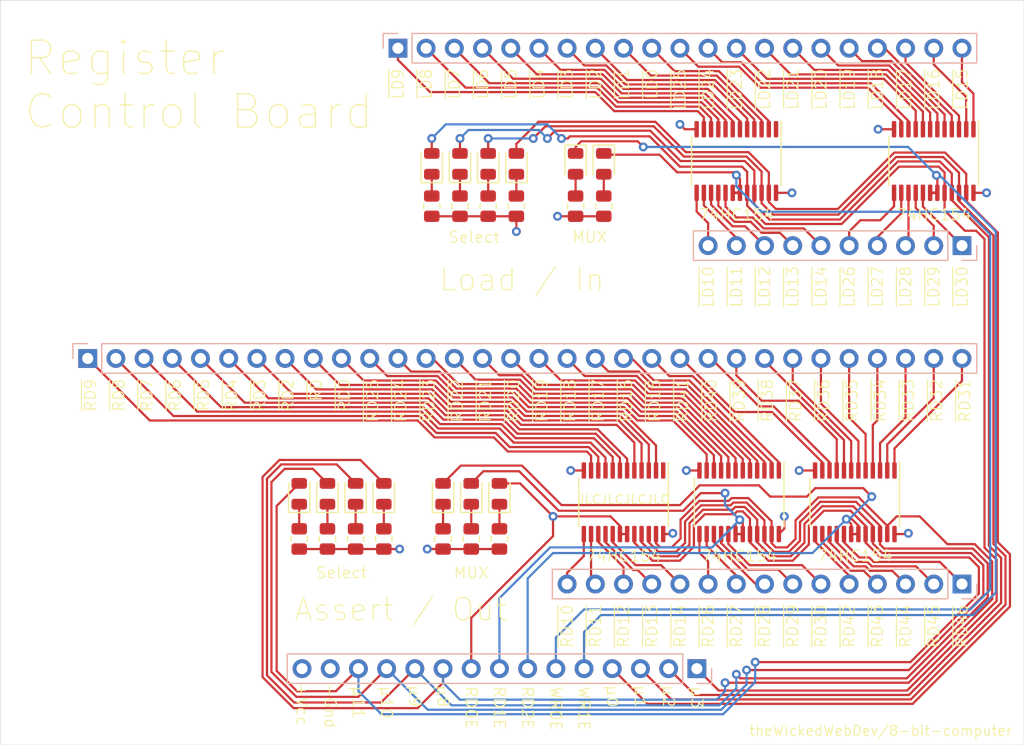
<source format=kicad_pcb>
(kicad_pcb (version 20171130) (host pcbnew "(5.1.10-1-10_14)")
  (layers (0 F.Cu signal) (1 In1.Cu signal) (2 In2.Cu signal) (31 B.Cu signal) (34 B.Paste user) (35 F.Paste user) (36 B.SilkS user) (37 F.SilkS user) (38 B.Mask user) (39 F.Mask user) (44 Edge.Cuts user))
  (net 0 "")
  (net 1 VCC)
  (net 2 GND)
  (net 3 "Net-(U1-Pad1)")
  (net 4 "Net-(U3-Pad1)")
  (net 5 ~READ_MUX2_EN)
  (net 6 ~READ_MUX1_EN)
  (net 7 ~READ_MUX0_EN)
  (net 8 ~WRITE_MUX1_EN)
  (net 9 ~WRITE_MUX0_EN)
  (net 10 EEPROM_3)
  (net 11 EEPROM_2)
  (net 12 EEPROM_1)
  (net 13 EEPROM_0)
  (net 14 EEPROM_11)
  (net 15 EEPROM_10)
  (net 16 EEPROM_9)
  (net 17 EEPROM_8)
  (net 18 "Net-(D1-Pad1)")
  (net 19 "Net-(D2-Pad2)")
  (net 20 "Net-(D3-Pad1)")
  (net 21 "Net-(D4-Pad2)")
  (net 22 "Net-(D5-Pad1)")
  (net 23 "Net-(D6-Pad1)")
  (net 24 "Net-(D7-Pad1)")
  (net 25 "Net-(D8-Pad1)")
  (net 26 "Net-(D9-Pad1)")
  (net 27 "Net-(D10-Pad1)")
  (net 28 "Net-(D11-Pad1)")
  (net 29 "Net-(D12-Pad1)")
  (net 30 "Net-(D13-Pad1)")
  (net 31 ~LOAD_10)
  (net 32 ~LOAD_11)
  (net 33 ~LOAD_12)
  (net 34 ~LOAD_13)
  (net 35 ~LOAD_14)
  (net 36 ~LOAD_15)
  (net 37 ~LOAD_16)
  (net 38 ~LOAD_17)
  (net 39 ~LOAD_18)
  (net 40 ~LOAD_19)
  (net 41 ~LOAD_20)
  (net 42 ~LOAD_21)
  (net 43 ~LOAD_22)
  (net 44 ~LOAD_23)
  (net 45 ~LOAD_24)
  (net 46 ~LOAD_25)
  (net 47 ~LOAD_26)
  (net 48 ~LOAD_27)
  (net 49 ~LOAD_28)
  (net 50 ~LOAD_29)
  (net 51 ~READ_0)
  (net 52 ~READ_1)
  (net 53 ~READ_2)
  (net 54 ~READ_3)
  (net 55 ~READ_4)
  (net 56 ~READ_5)
  (net 57 ~READ_6)
  (net 58 ~READ_7)
  (net 59 ~READ_8)
  (net 60 ~READ_9)
  (net 61 ~READ_10)
  (net 62 ~READ_11)
  (net 63 ~READ_12)
  (net 64 ~READ_13)
  (net 65 ~READ_14)
  (net 66 ~READ_15)
  (net 67 ~READ_16)
  (net 68 ~READ_17)
  (net 69 ~READ_18)
  (net 70 ~READ_19)
  (net 71 ~READ_20)
  (net 72 ~READ_21)
  (net 73 ~READ_22)
  (net 74 ~READ_23)
  (net 75 ~READ_24)
  (net 76 ~READ_25)
  (net 77 ~READ_26)
  (net 78 ~READ_27)
  (net 79 ~READ_28)
  (net 80 ~READ_29)
  (net 81 ~READ_30)
  (net 82 ~READ_31)
  (net 83 ~LOAD_0)
  (net 84 ~LOAD_1)
  (net 85 ~LOAD_2)
  (net 86 ~LOAD_3)
  (net 87 ~LOAD_4)
  (net 88 ~LOAD_5)
  (net 89 ~LOAD_6)
  (net 90 ~LOAD_7)
  (net 91 ~LOAD_8)
  (net 92 ~LOAD_9)
  (net 93 ~READ_32)
  (net 94 ~READ_33)
  (net 95 ~READ_34)
  (net 96 ~READ_35)
  (net 97 ~READ_36)
  (net 98 ~READ_37)
  (net 99 ~READ_38)
  (net 100 ~READ_39)
  (net 101 ~READ_40)
  (net 102 ~READ_41)
  (net 103 ~READ_42)
  (net 104 ~READ_43)
  (net 105 ~READ_44)
  (net 106 ~READ_45)
  (net 107 ~READ_46)
  (net 108 ~LOAD_30)
  (module Connector_PinHeader_2.54mm:PinHeader_1x15_P2.54mm_Vertical (layer B.Cu) (at 175.26 116.586 90)
    (fp_text reference J1 hide)
    (fp_text value Conn_01x15)
    (pad 15 thru_hole oval (at 0 -35.56 90) (size 1.7 1.7) (drill 1) (layers *.Cu *.Mask) (net 1 VCC))
    (pad 14 thru_hole oval (at 0 -33.02 90) (size 1.7 1.7) (drill 1) (layers *.Cu *.Mask) (net 2 GND))
    (pad 13 thru_hole oval (at 0 -30.48 90) (size 1.7 1.7) (drill 1) (layers *.Cu *.Mask) (net 14 EEPROM_11))
    (pad 12 thru_hole oval (at 0 -27.94 90) (size 1.7 1.7) (drill 1) (layers *.Cu *.Mask) (net 15 EEPROM_10))
    (pad 11 thru_hole oval (at 0 -25.4 90) (size 1.7 1.7) (drill 1) (layers *.Cu *.Mask) (net 16 EEPROM_9))
    (pad 10 thru_hole oval (at 0 -22.86 90) (size 1.7 1.7) (drill 1) (layers *.Cu *.Mask) (net 17 EEPROM_8))
    (pad 9 thru_hole oval (at 0 -20.32 90) (size 1.7 1.7) (drill 1) (layers *.Cu *.Mask) (net 7 ~READ_MUX0_EN))
    (pad 8 thru_hole oval (at 0 -17.78 90) (size 1.7 1.7) (drill 1) (layers *.Cu *.Mask) (net 6 ~READ_MUX1_EN))
    (pad 7 thru_hole oval (at 0 -15.24 90) (size 1.7 1.7) (drill 1) (layers *.Cu *.Mask) (net 5 ~READ_MUX2_EN))
    (pad 6 thru_hole oval (at 0 -12.7 90) (size 1.7 1.7) (drill 1) (layers *.Cu *.Mask) (net 9 ~WRITE_MUX0_EN))
    (pad 5 thru_hole oval (at 0 -10.16 90) (size 1.7 1.7) (drill 1) (layers *.Cu *.Mask) (net 8 ~WRITE_MUX1_EN))
    (pad 4 thru_hole oval (at 0 -7.62 90) (size 1.7 1.7) (drill 1) (layers *.Cu *.Mask) (net 13 EEPROM_0))
    (pad 3 thru_hole oval (at 0 -5.08 90) (size 1.7 1.7) (drill 1) (layers *.Cu *.Mask) (net 12 EEPROM_1))
    (pad 2 thru_hole oval (at 0 -2.54 90) (size 1.7 1.7) (drill 1) (layers *.Cu *.Mask) (net 11 EEPROM_2))
    (pad 1 thru_hole rect (at 0 0 90) (size 1.7 1.7) (drill 1) (layers *.Cu *.Mask) (net 10 EEPROM_3))
  )
  (module Connector_PinHeader_2.54mm:PinHeader_1x10_P2.54mm_Vertical (layer B.Cu) (at 199.136 78.486 90)
    (fp_text reference J7 hide)
    (fp_text value Conn_01x10)
    (pad 10 thru_hole oval (at 0 -22.86 90) (size 1.7 1.7) (drill 1) (layers *.Cu *.Mask) (net 31 ~LOAD_10))
    (pad 9 thru_hole oval (at 0 -20.32 90) (size 1.7 1.7) (drill 1) (layers *.Cu *.Mask) (net 32 ~LOAD_11))
    (pad 8 thru_hole oval (at 0 -17.78 90) (size 1.7 1.7) (drill 1) (layers *.Cu *.Mask) (net 33 ~LOAD_12))
    (pad 7 thru_hole oval (at 0 -15.24 90) (size 1.7 1.7) (drill 1) (layers *.Cu *.Mask) (net 34 ~LOAD_13))
    (pad 6 thru_hole oval (at 0 -12.7 90) (size 1.7 1.7) (drill 1) (layers *.Cu *.Mask) (net 35 ~LOAD_14))
    (pad 5 thru_hole oval (at 0 -10.16 90) (size 1.7 1.7) (drill 1) (layers *.Cu *.Mask) (net 47 ~LOAD_26))
    (pad 4 thru_hole oval (at 0 -7.62 90) (size 1.7 1.7) (drill 1) (layers *.Cu *.Mask) (net 48 ~LOAD_27))
    (pad 3 thru_hole oval (at 0 -5.08 90) (size 1.7 1.7) (drill 1) (layers *.Cu *.Mask) (net 49 ~LOAD_28))
    (pad 2 thru_hole oval (at 0 -2.54 90) (size 1.7 1.7) (drill 1) (layers *.Cu *.Mask) (net 50 ~LOAD_29))
    (pad 1 thru_hole rect (at 0 0 90) (size 1.7 1.7) (drill 1) (layers *.Cu *.Mask) (net 108 ~LOAD_30))
  )
  (module Connector_PinHeader_2.54mm:PinHeader_1x32_P2.54mm_Vertical (layer B.Cu) (at 120.396 88.646 270)
    (fp_text reference J4 hide)
    (fp_text value Conn_01x32)
    (pad 32 thru_hole oval (at 0 -78.74 270) (size 1.7 1.7) (drill 1) (layers *.Cu *.Mask) (net 82 ~READ_31))
    (pad 31 thru_hole oval (at 0 -76.2 270) (size 1.7 1.7) (drill 1) (layers *.Cu *.Mask) (net 93 ~READ_32))
    (pad 30 thru_hole oval (at 0 -73.66 270) (size 1.7 1.7) (drill 1) (layers *.Cu *.Mask) (net 94 ~READ_33))
    (pad 29 thru_hole oval (at 0 -71.12 270) (size 1.7 1.7) (drill 1) (layers *.Cu *.Mask) (net 95 ~READ_34))
    (pad 28 thru_hole oval (at 0 -68.58 270) (size 1.7 1.7) (drill 1) (layers *.Cu *.Mask) (net 96 ~READ_35))
    (pad 27 thru_hole oval (at 0 -66.04 270) (size 1.7 1.7) (drill 1) (layers *.Cu *.Mask) (net 97 ~READ_36))
    (pad 26 thru_hole oval (at 0 -63.5 270) (size 1.7 1.7) (drill 1) (layers *.Cu *.Mask) (net 98 ~READ_37))
    (pad 25 thru_hole oval (at 0 -60.96 270) (size 1.7 1.7) (drill 1) (layers *.Cu *.Mask) (net 99 ~READ_38))
    (pad 24 thru_hole oval (at 0 -58.42 270) (size 1.7 1.7) (drill 1) (layers *.Cu *.Mask) (net 100 ~READ_39))
    (pad 23 thru_hole oval (at 0 -55.88 270) (size 1.7 1.7) (drill 1) (layers *.Cu *.Mask) (net 101 ~READ_40))
    (pad 22 thru_hole oval (at 0 -53.34 270) (size 1.7 1.7) (drill 1) (layers *.Cu *.Mask) (net 102 ~READ_41))
    (pad 21 thru_hole oval (at 0 -50.8 270) (size 1.7 1.7) (drill 1) (layers *.Cu *.Mask) (net 66 ~READ_15))
    (pad 20 thru_hole oval (at 0 -48.26 270) (size 1.7 1.7) (drill 1) (layers *.Cu *.Mask) (net 67 ~READ_16))
    (pad 19 thru_hole oval (at 0 -45.72 270) (size 1.7 1.7) (drill 1) (layers *.Cu *.Mask) (net 68 ~READ_17))
    (pad 18 thru_hole oval (at 0 -43.18 270) (size 1.7 1.7) (drill 1) (layers *.Cu *.Mask) (net 69 ~READ_18))
    (pad 17 thru_hole oval (at 0 -40.64 270) (size 1.7 1.7) (drill 1) (layers *.Cu *.Mask) (net 70 ~READ_19))
    (pad 16 thru_hole oval (at 0 -38.1 270) (size 1.7 1.7) (drill 1) (layers *.Cu *.Mask) (net 71 ~READ_20))
    (pad 15 thru_hole oval (at 0 -35.56 270) (size 1.7 1.7) (drill 1) (layers *.Cu *.Mask) (net 72 ~READ_21))
    (pad 14 thru_hole oval (at 0 -33.02 270) (size 1.7 1.7) (drill 1) (layers *.Cu *.Mask) (net 73 ~READ_22))
    (pad 13 thru_hole oval (at 0 -30.48 270) (size 1.7 1.7) (drill 1) (layers *.Cu *.Mask) (net 74 ~READ_23))
    (pad 12 thru_hole oval (at 0 -27.94 270) (size 1.7 1.7) (drill 1) (layers *.Cu *.Mask) (net 75 ~READ_24))
    (pad 11 thru_hole oval (at 0 -25.4 270) (size 1.7 1.7) (drill 1) (layers *.Cu *.Mask) (net 76 ~READ_25))
    (pad 10 thru_hole oval (at 0 -22.86 270) (size 1.7 1.7) (drill 1) (layers *.Cu *.Mask) (net 51 ~READ_0))
    (pad 9 thru_hole oval (at 0 -20.32 270) (size 1.7 1.7) (drill 1) (layers *.Cu *.Mask) (net 52 ~READ_1))
    (pad 8 thru_hole oval (at 0 -17.78 270) (size 1.7 1.7) (drill 1) (layers *.Cu *.Mask) (net 53 ~READ_2))
    (pad 7 thru_hole oval (at 0 -15.24 270) (size 1.7 1.7) (drill 1) (layers *.Cu *.Mask) (net 54 ~READ_3))
    (pad 6 thru_hole oval (at 0 -12.7 270) (size 1.7 1.7) (drill 1) (layers *.Cu *.Mask) (net 55 ~READ_4))
    (pad 5 thru_hole oval (at 0 -10.16 270) (size 1.7 1.7) (drill 1) (layers *.Cu *.Mask) (net 56 ~READ_5))
    (pad 4 thru_hole oval (at 0 -7.62 270) (size 1.7 1.7) (drill 1) (layers *.Cu *.Mask) (net 57 ~READ_6))
    (pad 3 thru_hole oval (at 0 -5.08 270) (size 1.7 1.7) (drill 1) (layers *.Cu *.Mask) (net 58 ~READ_7))
    (pad 2 thru_hole oval (at 0 -2.54 270) (size 1.7 1.7) (drill 1) (layers *.Cu *.Mask) (net 59 ~READ_8))
    (pad 1 thru_hole rect (at 0 0 270) (size 1.7 1.7) (drill 1) (layers *.Cu *.Mask) (net 60 ~READ_9))
  )
  (module Resistor_SMD:R_0805_2012Metric (layer F.Cu) (at 147.066 104.902 270)
    (fp_text reference R13 hide)
    (fp_text value R_US)
    (pad 2 smd roundrect (at 0.9125 0 270) (size 1.025 1.4) (layers F.Cu F.Paste F.Mask) (roundrect_rratio 0.2439014634146341) (net 2 GND))
    (pad 1 smd roundrect (at -0.9125 0 270) (size 1.025 1.4) (layers F.Cu F.Paste F.Mask) (roundrect_rratio 0.2439014634146341) (net 30 "Net-(D13-Pad1)"))
  )
  (module Resistor_SMD:R_0805_2012Metric (layer F.Cu) (at 157.48 104.902 270)
    (fp_text reference R12 hide)
    (fp_text value R_US)
    (pad 2 smd roundrect (at 0.9125 0 270) (size 1.025 1.4) (layers F.Cu F.Paste F.Mask) (roundrect_rratio 0.2439014634146341) (net 1 VCC))
    (pad 1 smd roundrect (at -0.9125 0 270) (size 1.025 1.4) (layers F.Cu F.Paste F.Mask) (roundrect_rratio 0.2439014634146341) (net 29 "Net-(D12-Pad1)"))
  )
  (module Resistor_SMD:R_0805_2012Metric (layer F.Cu) (at 144.526 104.902 270)
    (fp_text reference R11 hide)
    (fp_text value R_US)
    (pad 2 smd roundrect (at 0.9125 0 270) (size 1.025 1.4) (layers F.Cu F.Paste F.Mask) (roundrect_rratio 0.2439014634146341) (net 2 GND))
    (pad 1 smd roundrect (at -0.9125 0 270) (size 1.025 1.4) (layers F.Cu F.Paste F.Mask) (roundrect_rratio 0.2439014634146341) (net 28 "Net-(D11-Pad1)"))
  )
  (module Resistor_SMD:R_0805_2012Metric (layer F.Cu) (at 154.94 104.902 270)
    (fp_text reference R10 hide)
    (fp_text value R_US)
    (pad 2 smd roundrect (at 0.9125 0 270) (size 1.025 1.4) (layers F.Cu F.Paste F.Mask) (roundrect_rratio 0.2439014634146341) (net 1 VCC))
    (pad 1 smd roundrect (at -0.9125 0 270) (size 1.025 1.4) (layers F.Cu F.Paste F.Mask) (roundrect_rratio 0.2439014634146341) (net 27 "Net-(D10-Pad1)"))
  )
  (module Resistor_SMD:R_0805_2012Metric (layer F.Cu) (at 141.986 104.902 270)
    (fp_text reference R9 hide)
    (fp_text value R_US)
    (pad 2 smd roundrect (at 0.9125 0 270) (size 1.025 1.4) (layers F.Cu F.Paste F.Mask) (roundrect_rratio 0.2439014634146341) (net 2 GND))
    (pad 1 smd roundrect (at -0.9125 0 270) (size 1.025 1.4) (layers F.Cu F.Paste F.Mask) (roundrect_rratio 0.2439014634146341) (net 26 "Net-(D9-Pad1)"))
  )
  (module Resistor_SMD:R_0805_2012Metric (layer F.Cu) (at 152.4 104.902 270)
    (fp_text reference R8 hide)
    (fp_text value R_US)
    (pad 2 smd roundrect (at 0.9125 0 270) (size 1.025 1.4) (layers F.Cu F.Paste F.Mask) (roundrect_rratio 0.2439014634146341) (net 1 VCC))
    (pad 1 smd roundrect (at -0.9125 0 270) (size 1.025 1.4) (layers F.Cu F.Paste F.Mask) (roundrect_rratio 0.2439014634146341) (net 25 "Net-(D8-Pad1)"))
  )
  (module Resistor_SMD:R_0805_2012Metric (layer F.Cu) (at 139.446 104.902 270)
    (fp_text reference R7 hide)
    (fp_text value R_US)
    (pad 2 smd roundrect (at 0.9125 0 270) (size 1.025 1.4) (layers F.Cu F.Paste F.Mask) (roundrect_rratio 0.2439014634146341) (net 2 GND))
    (pad 1 smd roundrect (at -0.9125 0 270) (size 1.025 1.4) (layers F.Cu F.Paste F.Mask) (roundrect_rratio 0.2439014634146341) (net 24 "Net-(D7-Pad1)"))
  )
  (module LED_SMD:LED_0805_2012Metric (layer F.Cu) (at 147.066 100.838 90)
    (fp_text reference D13 hide)
    (fp_text value LED)
    (pad 2 smd roundrect (at 0.9375 0 90) (size 0.975 1.4) (layers F.Cu F.Paste F.Mask) (net 17 EEPROM_8))
    (pad 1 smd roundrect (at -0.9375 0 90) (size 0.975 1.4) (layers F.Cu F.Paste F.Mask) (net 30 "Net-(D13-Pad1)"))
  )
  (module LED_SMD:LED_0805_2012Metric (layer F.Cu) (at 157.48 100.838 90)
    (fp_text reference D12 hide)
    (fp_text value LED)
    (pad 2 smd roundrect (at 0.9375 0 90) (size 0.975 1.4) (layers F.Cu F.Paste F.Mask) (net 7 ~READ_MUX0_EN))
    (pad 1 smd roundrect (at -0.9375 0 90) (size 0.975 1.4) (layers F.Cu F.Paste F.Mask) (net 29 "Net-(D12-Pad1)"))
  )
  (module LED_SMD:LED_0805_2012Metric (layer F.Cu) (at 144.526 100.838 90)
    (fp_text reference D11 hide)
    (fp_text value LED)
    (pad 2 smd roundrect (at 0.9375 0 90) (size 0.975 1.4) (layers F.Cu F.Paste F.Mask) (net 16 EEPROM_9))
    (pad 1 smd roundrect (at -0.9375 0 90) (size 0.975 1.4) (layers F.Cu F.Paste F.Mask) (net 28 "Net-(D11-Pad1)"))
  )
  (module LED_SMD:LED_0805_2012Metric (layer F.Cu) (at 154.94 100.838 90)
    (fp_text reference D10 hide)
    (fp_text value LED)
    (pad 2 smd roundrect (at 0.9375 0 90) (size 0.975 1.4) (layers F.Cu F.Paste F.Mask) (net 6 ~READ_MUX1_EN))
    (pad 1 smd roundrect (at -0.9375 0 90) (size 0.975 1.4) (layers F.Cu F.Paste F.Mask) (net 27 "Net-(D10-Pad1)"))
  )
  (module LED_SMD:LED_0805_2012Metric (layer F.Cu) (at 141.986 100.838 90)
    (fp_text reference D9 hide)
    (fp_text value LED)
    (pad 2 smd roundrect (at 0.9375 0 90) (size 0.975 1.4) (layers F.Cu F.Paste F.Mask) (net 15 EEPROM_10))
    (pad 1 smd roundrect (at -0.9375 0 90) (size 0.975 1.4) (layers F.Cu F.Paste F.Mask) (net 26 "Net-(D9-Pad1)"))
  )
  (module LED_SMD:LED_0805_2012Metric (layer F.Cu) (at 152.4 100.838 90)
    (fp_text reference D8 hide)
    (fp_text value LED)
    (pad 2 smd roundrect (at 0.9375 0 90) (size 0.975 1.4) (layers F.Cu F.Paste F.Mask) (net 5 ~READ_MUX2_EN))
    (pad 1 smd roundrect (at -0.9375 0 90) (size 0.975 1.4) (layers F.Cu F.Paste F.Mask) (net 25 "Net-(D8-Pad1)"))
  )
  (module LED_SMD:LED_0805_2012Metric (layer F.Cu) (at 139.446 100.838 90)
    (fp_text reference D7 hide)
    (fp_text value LED)
    (pad 2 smd roundrect (at 0.9375 0 90) (size 0.975 1.4) (layers F.Cu F.Paste F.Mask) (net 14 EEPROM_11))
    (pad 1 smd roundrect (at -0.9375 0 90) (size 0.975 1.4) (layers F.Cu F.Paste F.Mask) (net 24 "Net-(D7-Pad1)"))
  )
  (module Resistor_SMD:R_0805_2012Metric (layer F.Cu) (at 159.004 74.93 270)
    (fp_text reference R6 hide)
    (fp_text value R_US)
    (pad 2 smd roundrect (at 0.9125 0 270) (size 1.025 1.4) (layers F.Cu F.Paste F.Mask) (roundrect_rratio 0.2439014634146341) (net 2 GND))
    (pad 1 smd roundrect (at -0.9125 0 270) (size 1.025 1.4) (layers F.Cu F.Paste F.Mask) (roundrect_rratio 0.2439014634146341) (net 23 "Net-(D6-Pad1)"))
  )
  (module Resistor_SMD:R_0805_2012Metric (layer F.Cu) (at 156.464 74.93 270)
    (fp_text reference R5 hide)
    (fp_text value R_US)
    (pad 2 smd roundrect (at 0.9125 0 270) (size 1.025 1.4) (layers F.Cu F.Paste F.Mask) (roundrect_rratio 0.2439014634146341) (net 2 GND))
    (pad 1 smd roundrect (at -0.9125 0 270) (size 1.025 1.4) (layers F.Cu F.Paste F.Mask) (roundrect_rratio 0.2439014634146341) (net 22 "Net-(D5-Pad1)"))
  )
  (module Resistor_SMD:R_0805_2012Metric (layer F.Cu) (at 166.878 74.93 270)
    (fp_text reference R4 hide)
    (fp_text value R_US)
    (pad 2 smd roundrect (at 0.9125 0 270) (size 1.025 1.4) (layers F.Cu F.Paste F.Mask) (roundrect_rratio 0.2439014634146341) (net 1 VCC))
    (pad 1 smd roundrect (at -0.9125 0 270) (size 1.025 1.4) (layers F.Cu F.Paste F.Mask) (roundrect_rratio 0.2439014634146341) (net 21 "Net-(D4-Pad2)"))
  )
  (module Resistor_SMD:R_0805_2012Metric (layer F.Cu) (at 153.924 74.93 270)
    (fp_text reference R3 hide)
    (fp_text value R_US)
    (pad 2 smd roundrect (at 0.9125 0 270) (size 1.025 1.4) (layers F.Cu F.Paste F.Mask) (roundrect_rratio 0.2439014634146341) (net 2 GND))
    (pad 1 smd roundrect (at -0.9125 0 270) (size 1.025 1.4) (layers F.Cu F.Paste F.Mask) (roundrect_rratio 0.2439014634146341) (net 20 "Net-(D3-Pad1)"))
  )
  (module Resistor_SMD:R_0805_2012Metric (layer F.Cu) (at 164.338 74.93 270)
    (fp_text reference R2 hide)
    (fp_text value R_US)
    (pad 2 smd roundrect (at 0.9125 0 270) (size 1.025 1.4) (layers F.Cu F.Paste F.Mask) (roundrect_rratio 0.2439014634146341) (net 1 VCC))
    (pad 1 smd roundrect (at -0.9125 0 270) (size 1.025 1.4) (layers F.Cu F.Paste F.Mask) (roundrect_rratio 0.2439014634146341) (net 19 "Net-(D2-Pad2)"))
  )
  (module Resistor_SMD:R_0805_2012Metric (layer F.Cu) (at 151.384 74.93 270)
    (fp_text reference R1 hide)
    (fp_text value R_US)
    (pad 2 smd roundrect (at 0.9125 0 270) (size 1.025 1.4) (layers F.Cu F.Paste F.Mask) (roundrect_rratio 0.2439014634146341) (net 2 GND))
    (pad 1 smd roundrect (at -0.9125 0 270) (size 1.025 1.4) (layers F.Cu F.Paste F.Mask) (roundrect_rratio 0.2439014634146341) (net 18 "Net-(D1-Pad1)"))
  )
  (module LED_SMD:LED_0805_2012Metric (layer F.Cu) (at 159.004 71.12 90)
    (fp_text reference D6 hide)
    (fp_text value LED)
    (pad 2 smd roundrect (at 0.9375 0 90) (size 0.975 1.4) (layers F.Cu F.Paste F.Mask) (net 13 EEPROM_0))
    (pad 1 smd roundrect (at -0.9375 0 90) (size 0.975 1.4) (layers F.Cu F.Paste F.Mask) (net 23 "Net-(D6-Pad1)"))
  )
  (module LED_SMD:LED_0805_2012Metric (layer F.Cu) (at 156.464 71.12 90)
    (fp_text reference D5 hide)
    (fp_text value LED)
    (pad 2 smd roundrect (at 0.9375 0 90) (size 0.975 1.4) (layers F.Cu F.Paste F.Mask) (net 12 EEPROM_1))
    (pad 1 smd roundrect (at -0.9375 0 90) (size 0.975 1.4) (layers F.Cu F.Paste F.Mask) (net 22 "Net-(D5-Pad1)"))
  )
  (module LED_SMD:LED_0805_2012Metric (layer F.Cu) (at 166.878 71.12 270)
    (fp_text reference D4 hide)
    (fp_text value LED)
    (pad 2 smd roundrect (at 0.9375 0 270) (size 0.975 1.4) (layers F.Cu F.Paste F.Mask) (net 21 "Net-(D4-Pad2)"))
    (pad 1 smd roundrect (at -0.9375 0 270) (size 0.975 1.4) (layers F.Cu F.Paste F.Mask) (net 9 ~WRITE_MUX0_EN))
  )
  (module LED_SMD:LED_0805_2012Metric (layer F.Cu) (at 153.924 71.12 90)
    (fp_text reference D3 hide)
    (fp_text value LED)
    (pad 2 smd roundrect (at 0.9375 0 90) (size 0.975 1.4) (layers F.Cu F.Paste F.Mask) (net 11 EEPROM_2))
    (pad 1 smd roundrect (at -0.9375 0 90) (size 0.975 1.4) (layers F.Cu F.Paste F.Mask) (net 20 "Net-(D3-Pad1)"))
  )
  (module LED_SMD:LED_0805_2012Metric (layer F.Cu) (at 164.338 71.12 270)
    (fp_text reference D2 hide)
    (fp_text value LED)
    (pad 2 smd roundrect (at 0.9375 0 270) (size 0.975 1.4) (layers F.Cu F.Paste F.Mask) (net 19 "Net-(D2-Pad2)"))
    (pad 1 smd roundrect (at -0.9375 0 270) (size 0.975 1.4) (layers F.Cu F.Paste F.Mask) (net 8 ~WRITE_MUX1_EN))
  )
  (module LED_SMD:LED_0805_2012Metric (layer F.Cu) (at 151.384 71.12 90)
    (fp_text reference D1 hide)
    (fp_text value LED)
    (pad 2 smd roundrect (at 0.9375 0 90) (size 0.975 1.4) (layers F.Cu F.Paste F.Mask) (net 10 EEPROM_3))
    (pad 1 smd roundrect (at -0.9375 0 90) (size 0.975 1.4) (layers F.Cu F.Paste F.Mask) (net 18 "Net-(D1-Pad1)"))
  )
  (module Connector_PinHeader_2.54mm:PinHeader_1x15_P2.54mm_Vertical (layer B.Cu) (at 199.136 108.966 90)
    (fp_text reference J11 hide)
    (fp_text value Conn_01x15)
    (pad 15 thru_hole oval (at 0 -35.56 90) (size 1.7 1.7) (drill 1) (layers *.Cu *.Mask) (net 61 ~READ_10))
    (pad 14 thru_hole oval (at 0 -33.02 90) (size 1.7 1.7) (drill 1) (layers *.Cu *.Mask) (net 62 ~READ_11))
    (pad 13 thru_hole oval (at 0 -30.48 90) (size 1.7 1.7) (drill 1) (layers *.Cu *.Mask) (net 63 ~READ_12))
    (pad 12 thru_hole oval (at 0 -27.94 90) (size 1.7 1.7) (drill 1) (layers *.Cu *.Mask) (net 64 ~READ_13))
    (pad 11 thru_hole oval (at 0 -25.4 90) (size 1.7 1.7) (drill 1) (layers *.Cu *.Mask) (net 65 ~READ_14))
    (pad 10 thru_hole oval (at 0 -22.86 90) (size 1.7 1.7) (drill 1) (layers *.Cu *.Mask) (net 77 ~READ_26))
    (pad 9 thru_hole oval (at 0 -20.32 90) (size 1.7 1.7) (drill 1) (layers *.Cu *.Mask) (net 78 ~READ_27))
    (pad 8 thru_hole oval (at 0 -17.78 90) (size 1.7 1.7) (drill 1) (layers *.Cu *.Mask) (net 79 ~READ_28))
    (pad 7 thru_hole oval (at 0 -15.24 90) (size 1.7 1.7) (drill 1) (layers *.Cu *.Mask) (net 80 ~READ_29))
    (pad 6 thru_hole oval (at 0 -12.7 90) (size 1.7 1.7) (drill 1) (layers *.Cu *.Mask) (net 81 ~READ_30))
    (pad 5 thru_hole oval (at 0 -10.16 90) (size 1.7 1.7) (drill 1) (layers *.Cu *.Mask) (net 103 ~READ_42))
    (pad 4 thru_hole oval (at 0 -7.62 90) (size 1.7 1.7) (drill 1) (layers *.Cu *.Mask) (net 104 ~READ_43))
    (pad 3 thru_hole oval (at 0 -5.08 90) (size 1.7 1.7) (drill 1) (layers *.Cu *.Mask) (net 105 ~READ_44))
    (pad 2 thru_hole oval (at 0 -2.54 90) (size 1.7 1.7) (drill 1) (layers *.Cu *.Mask) (net 106 ~READ_45))
    (pad 1 thru_hole rect (at 0 0 90) (size 1.7 1.7) (drill 1) (layers *.Cu *.Mask) (net 107 ~READ_46))
  )
  (module Connector_PinHeader_2.54mm:PinHeader_1x21_P2.54mm_Vertical (layer B.Cu) (at 148.336 60.706 270)
    (fp_text reference J2 hide)
    (fp_text value Conn_01x21)
    (pad 21 thru_hole oval (at 0 -50.8 270) (size 1.7 1.7) (drill 1) (layers *.Cu *.Mask) (net 36 ~LOAD_15))
    (pad 20 thru_hole oval (at 0 -48.26 270) (size 1.7 1.7) (drill 1) (layers *.Cu *.Mask) (net 37 ~LOAD_16))
    (pad 19 thru_hole oval (at 0 -45.72 270) (size 1.7 1.7) (drill 1) (layers *.Cu *.Mask) (net 38 ~LOAD_17))
    (pad 18 thru_hole oval (at 0 -43.18 270) (size 1.7 1.7) (drill 1) (layers *.Cu *.Mask) (net 39 ~LOAD_18))
    (pad 17 thru_hole oval (at 0 -40.64 270) (size 1.7 1.7) (drill 1) (layers *.Cu *.Mask) (net 40 ~LOAD_19))
    (pad 16 thru_hole oval (at 0 -38.1 270) (size 1.7 1.7) (drill 1) (layers *.Cu *.Mask) (net 41 ~LOAD_20))
    (pad 15 thru_hole oval (at 0 -35.56 270) (size 1.7 1.7) (drill 1) (layers *.Cu *.Mask) (net 42 ~LOAD_21))
    (pad 14 thru_hole oval (at 0 -33.02 270) (size 1.7 1.7) (drill 1) (layers *.Cu *.Mask) (net 43 ~LOAD_22))
    (pad 13 thru_hole oval (at 0 -30.48 270) (size 1.7 1.7) (drill 1) (layers *.Cu *.Mask) (net 44 ~LOAD_23))
    (pad 12 thru_hole oval (at 0 -27.94 270) (size 1.7 1.7) (drill 1) (layers *.Cu *.Mask) (net 45 ~LOAD_24))
    (pad 11 thru_hole oval (at 0 -25.4 270) (size 1.7 1.7) (drill 1) (layers *.Cu *.Mask) (net 46 ~LOAD_25))
    (pad 10 thru_hole oval (at 0 -22.86 270) (size 1.7 1.7) (drill 1) (layers *.Cu *.Mask) (net 83 ~LOAD_0))
    (pad 9 thru_hole oval (at 0 -20.32 270) (size 1.7 1.7) (drill 1) (layers *.Cu *.Mask) (net 84 ~LOAD_1))
    (pad 8 thru_hole oval (at 0 -17.78 270) (size 1.7 1.7) (drill 1) (layers *.Cu *.Mask) (net 85 ~LOAD_2))
    (pad 7 thru_hole oval (at 0 -15.24 270) (size 1.7 1.7) (drill 1) (layers *.Cu *.Mask) (net 86 ~LOAD_3))
    (pad 6 thru_hole oval (at 0 -12.7 270) (size 1.7 1.7) (drill 1) (layers *.Cu *.Mask) (net 87 ~LOAD_4))
    (pad 5 thru_hole oval (at 0 -10.16 270) (size 1.7 1.7) (drill 1) (layers *.Cu *.Mask) (net 88 ~LOAD_5))
    (pad 4 thru_hole oval (at 0 -7.62 270) (size 1.7 1.7) (drill 1) (layers *.Cu *.Mask) (net 89 ~LOAD_6))
    (pad 3 thru_hole oval (at 0 -5.08 270) (size 1.7 1.7) (drill 1) (layers *.Cu *.Mask) (net 90 ~LOAD_7))
    (pad 2 thru_hole oval (at 0 -2.54 270) (size 1.7 1.7) (drill 1) (layers *.Cu *.Mask) (net 91 ~LOAD_8))
    (pad 1 thru_hole rect (at 0 0 270) (size 1.7 1.7) (drill 1) (layers *.Cu *.Mask) (net 92 ~LOAD_9))
  )
  (module Package_SO:TSSOP-24_4.4x7.8mm_P0.65mm (layer F.Cu) (at 189.484 101.6 270)
    (fp_text reference U5 hide)
    (fp_text value 74LS154)
    (fp_text user 74HC154 (at 4.826 0) (layer F.SilkS) (effects (font (thickness 0.1))))
    (pad 24 smd roundrect (at 2.8625 -3.575 270) (size 1.475 0.4) (layers F.Cu F.Paste F.Mask) (net 1 VCC))
    (pad 23 smd roundrect (at 2.8625 -2.925 270) (size 1.475 0.4) (layers F.Cu F.Paste F.Mask) (net 17 EEPROM_8))
    (pad 22 smd roundrect (at 2.8625 -2.275 270) (size 1.475 0.4) (layers F.Cu F.Paste F.Mask) (net 16 EEPROM_9))
    (pad 21 smd roundrect (at 2.8625 -1.625 270) (size 1.475 0.4) (layers F.Cu F.Paste F.Mask) (net 15 EEPROM_10))
    (pad 20 smd roundrect (at 2.8625 -0.975 270) (size 1.475 0.4) (layers F.Cu F.Paste F.Mask) (net 14 EEPROM_11))
    (pad 19 smd roundrect (at 2.8625 -0.325 270) (size 1.475 0.4) (layers F.Cu F.Paste F.Mask) (net 5 ~READ_MUX2_EN))
    (pad 18 smd roundrect (at 2.8625 0.325 270) (size 1.475 0.4) (layers F.Cu F.Paste F.Mask) (net 5 ~READ_MUX2_EN))
    (pad 17 smd roundrect (at 2.8625 0.975 270) (size 1.475 0.4) (layers F.Cu F.Paste F.Mask) (net 107 ~READ_46))
    (pad 16 smd roundrect (at 2.8625 1.625 270) (size 1.475 0.4) (layers F.Cu F.Paste F.Mask) (net 106 ~READ_45))
    (pad 15 smd roundrect (at 2.8625 2.275 270) (size 1.475 0.4) (layers F.Cu F.Paste F.Mask) (net 105 ~READ_44))
    (pad 14 smd roundrect (at 2.8625 2.925 270) (size 1.475 0.4) (layers F.Cu F.Paste F.Mask) (net 104 ~READ_43))
    (pad 13 smd roundrect (at 2.8625 3.575 270) (size 1.475 0.4) (layers F.Cu F.Paste F.Mask) (net 103 ~READ_42))
    (pad 12 smd roundrect (at -2.8625 3.575 270) (size 1.475 0.4) (layers F.Cu F.Paste F.Mask) (net 2 GND))
    (pad 11 smd roundrect (at -2.8625 2.925 270) (size 1.475 0.4) (layers F.Cu F.Paste F.Mask) (net 102 ~READ_41))
    (pad 10 smd roundrect (at -2.8625 2.275 270) (size 1.475 0.4) (layers F.Cu F.Paste F.Mask) (net 101 ~READ_40))
    (pad 9 smd roundrect (at -2.8625 1.625 270) (size 1.475 0.4) (layers F.Cu F.Paste F.Mask) (net 100 ~READ_39))
    (pad 8 smd roundrect (at -2.8625 0.975 270) (size 1.475 0.4) (layers F.Cu F.Paste F.Mask) (net 99 ~READ_38))
    (pad 7 smd roundrect (at -2.8625 0.325 270) (size 1.475 0.4) (layers F.Cu F.Paste F.Mask) (net 98 ~READ_37))
    (pad 6 smd roundrect (at -2.8625 -0.325 270) (size 1.475 0.4) (layers F.Cu F.Paste F.Mask) (net 97 ~READ_36))
    (pad 5 smd roundrect (at -2.8625 -0.975 270) (size 1.475 0.4) (layers F.Cu F.Paste F.Mask) (net 96 ~READ_35))
    (pad 4 smd roundrect (at -2.8625 -1.625 270) (size 1.475 0.4) (layers F.Cu F.Paste F.Mask) (net 95 ~READ_34))
    (pad 3 smd roundrect (at -2.8625 -2.275 270) (size 1.475 0.4) (layers F.Cu F.Paste F.Mask) (net 94 ~READ_33))
    (pad 2 smd roundrect (at -2.8625 -2.925 270) (size 1.475 0.4) (layers F.Cu F.Paste F.Mask) (net 93 ~READ_32))
    (pad 1 smd roundrect (at -2.8625 -3.575 270) (size 1.475 0.4) (layers F.Cu F.Paste F.Mask) (net 82 ~READ_31))
  )
  (module Package_SO:TSSOP-24_4.4x7.8mm_P0.65mm (layer F.Cu) (at 179.07 101.6 270)
    (fp_text reference U4 hide)
    (fp_text value 74LS154)
    (fp_text user 74HC154 (at 4.826 0) (layer F.SilkS) (effects (font (thickness 0.1))))
    (pad 24 smd roundrect (at 2.8625 -3.575 270) (size 1.475 0.4) (layers F.Cu F.Paste F.Mask) (net 1 VCC))
    (pad 23 smd roundrect (at 2.8625 -2.925 270) (size 1.475 0.4) (layers F.Cu F.Paste F.Mask) (net 17 EEPROM_8))
    (pad 22 smd roundrect (at 2.8625 -2.275 270) (size 1.475 0.4) (layers F.Cu F.Paste F.Mask) (net 16 EEPROM_9))
    (pad 21 smd roundrect (at 2.8625 -1.625 270) (size 1.475 0.4) (layers F.Cu F.Paste F.Mask) (net 15 EEPROM_10))
    (pad 20 smd roundrect (at 2.8625 -0.975 270) (size 1.475 0.4) (layers F.Cu F.Paste F.Mask) (net 14 EEPROM_11))
    (pad 19 smd roundrect (at 2.8625 -0.325 270) (size 1.475 0.4) (layers F.Cu F.Paste F.Mask) (net 6 ~READ_MUX1_EN))
    (pad 18 smd roundrect (at 2.8625 0.325 270) (size 1.475 0.4) (layers F.Cu F.Paste F.Mask) (net 6 ~READ_MUX1_EN))
    (pad 17 smd roundrect (at 2.8625 0.975 270) (size 1.475 0.4) (layers F.Cu F.Paste F.Mask) (net 81 ~READ_30))
    (pad 16 smd roundrect (at 2.8625 1.625 270) (size 1.475 0.4) (layers F.Cu F.Paste F.Mask) (net 80 ~READ_29))
    (pad 15 smd roundrect (at 2.8625 2.275 270) (size 1.475 0.4) (layers F.Cu F.Paste F.Mask) (net 79 ~READ_28))
    (pad 14 smd roundrect (at 2.8625 2.925 270) (size 1.475 0.4) (layers F.Cu F.Paste F.Mask) (net 78 ~READ_27))
    (pad 13 smd roundrect (at 2.8625 3.575 270) (size 1.475 0.4) (layers F.Cu F.Paste F.Mask) (net 77 ~READ_26))
    (pad 12 smd roundrect (at -2.8625 3.575 270) (size 1.475 0.4) (layers F.Cu F.Paste F.Mask) (net 2 GND))
    (pad 11 smd roundrect (at -2.8625 2.925 270) (size 1.475 0.4) (layers F.Cu F.Paste F.Mask) (net 76 ~READ_25))
    (pad 10 smd roundrect (at -2.8625 2.275 270) (size 1.475 0.4) (layers F.Cu F.Paste F.Mask) (net 75 ~READ_24))
    (pad 9 smd roundrect (at -2.8625 1.625 270) (size 1.475 0.4) (layers F.Cu F.Paste F.Mask) (net 74 ~READ_23))
    (pad 8 smd roundrect (at -2.8625 0.975 270) (size 1.475 0.4) (layers F.Cu F.Paste F.Mask) (net 73 ~READ_22))
    (pad 7 smd roundrect (at -2.8625 0.325 270) (size 1.475 0.4) (layers F.Cu F.Paste F.Mask) (net 72 ~READ_21))
    (pad 6 smd roundrect (at -2.8625 -0.325 270) (size 1.475 0.4) (layers F.Cu F.Paste F.Mask) (net 71 ~READ_20))
    (pad 5 smd roundrect (at -2.8625 -0.975 270) (size 1.475 0.4) (layers F.Cu F.Paste F.Mask) (net 70 ~READ_19))
    (pad 4 smd roundrect (at -2.8625 -1.625 270) (size 1.475 0.4) (layers F.Cu F.Paste F.Mask) (net 69 ~READ_18))
    (pad 3 smd roundrect (at -2.8625 -2.275 270) (size 1.475 0.4) (layers F.Cu F.Paste F.Mask) (net 68 ~READ_17))
    (pad 2 smd roundrect (at -2.8625 -2.925 270) (size 1.475 0.4) (layers F.Cu F.Paste F.Mask) (net 67 ~READ_16))
    (pad 1 smd roundrect (at -2.8625 -3.575 270) (size 1.475 0.4) (layers F.Cu F.Paste F.Mask) (net 66 ~READ_15))
  )
  (module Package_SO:TSSOP-24_4.4x7.8mm_P0.65mm (layer F.Cu) (at 168.656 101.6 270)
    (fp_text reference U3 hide)
    (fp_text value 74LS154)
    (fp_text user 74HC154 (at 4.826 0) (layer F.SilkS) (effects (font (thickness 0.1))))
    (pad 24 smd roundrect (at 2.8625 -3.575 270) (size 1.475 0.4) (layers F.Cu F.Paste F.Mask) (net 1 VCC))
    (pad 23 smd roundrect (at 2.8625 -2.925 270) (size 1.475 0.4) (layers F.Cu F.Paste F.Mask) (net 17 EEPROM_8))
    (pad 22 smd roundrect (at 2.8625 -2.275 270) (size 1.475 0.4) (layers F.Cu F.Paste F.Mask) (net 16 EEPROM_9))
    (pad 21 smd roundrect (at 2.8625 -1.625 270) (size 1.475 0.4) (layers F.Cu F.Paste F.Mask) (net 15 EEPROM_10))
    (pad 20 smd roundrect (at 2.8625 -0.975 270) (size 1.475 0.4) (layers F.Cu F.Paste F.Mask) (net 14 EEPROM_11))
    (pad 19 smd roundrect (at 2.8625 -0.325 270) (size 1.475 0.4) (layers F.Cu F.Paste F.Mask) (net 7 ~READ_MUX0_EN))
    (pad 18 smd roundrect (at 2.8625 0.325 270) (size 1.475 0.4) (layers F.Cu F.Paste F.Mask) (net 7 ~READ_MUX0_EN))
    (pad 17 smd roundrect (at 2.8625 0.975 270) (size 1.475 0.4) (layers F.Cu F.Paste F.Mask) (net 65 ~READ_14))
    (pad 16 smd roundrect (at 2.8625 1.625 270) (size 1.475 0.4) (layers F.Cu F.Paste F.Mask) (net 64 ~READ_13))
    (pad 15 smd roundrect (at 2.8625 2.275 270) (size 1.475 0.4) (layers F.Cu F.Paste F.Mask) (net 63 ~READ_12))
    (pad 14 smd roundrect (at 2.8625 2.925 270) (size 1.475 0.4) (layers F.Cu F.Paste F.Mask) (net 62 ~READ_11))
    (pad 13 smd roundrect (at 2.8625 3.575 270) (size 1.475 0.4) (layers F.Cu F.Paste F.Mask) (net 61 ~READ_10))
    (pad 12 smd roundrect (at -2.8625 3.575 270) (size 1.475 0.4) (layers F.Cu F.Paste F.Mask) (net 2 GND))
    (pad 11 smd roundrect (at -2.8625 2.925 270) (size 1.475 0.4) (layers F.Cu F.Paste F.Mask) (net 60 ~READ_9))
    (pad 10 smd roundrect (at -2.8625 2.275 270) (size 1.475 0.4) (layers F.Cu F.Paste F.Mask) (net 59 ~READ_8))
    (pad 9 smd roundrect (at -2.8625 1.625 270) (size 1.475 0.4) (layers F.Cu F.Paste F.Mask) (net 58 ~READ_7))
    (pad 8 smd roundrect (at -2.8625 0.975 270) (size 1.475 0.4) (layers F.Cu F.Paste F.Mask) (net 57 ~READ_6))
    (pad 7 smd roundrect (at -2.8625 0.325 270) (size 1.475 0.4) (layers F.Cu F.Paste F.Mask) (net 56 ~READ_5))
    (pad 6 smd roundrect (at -2.8625 -0.325 270) (size 1.475 0.4) (layers F.Cu F.Paste F.Mask) (net 55 ~READ_4))
    (pad 5 smd roundrect (at -2.8625 -0.975 270) (size 1.475 0.4) (layers F.Cu F.Paste F.Mask) (net 54 ~READ_3))
    (pad 4 smd roundrect (at -2.8625 -1.625 270) (size 1.475 0.4) (layers F.Cu F.Paste F.Mask) (net 53 ~READ_2))
    (pad 3 smd roundrect (at -2.8625 -2.275 270) (size 1.475 0.4) (layers F.Cu F.Paste F.Mask) (net 52 ~READ_1))
    (pad 2 smd roundrect (at -2.8625 -2.925 270) (size 1.475 0.4) (layers F.Cu F.Paste F.Mask) (net 51 ~READ_0))
    (pad 1 smd roundrect (at -2.8625 -3.575 270) (size 1.475 0.4) (layers F.Cu F.Paste F.Mask) (net 4 "Net-(U3-Pad1)"))
  )
  (module Package_SO:TSSOP-24_4.4x7.8mm_P0.65mm (layer F.Cu) (at 196.596 70.866 270)
    (fp_text reference U2 hide)
    (fp_text value 74LS154)
    (fp_text user 74HC154 (at 4.826 0) (layer F.SilkS) (effects (font (thickness 0.1))))
    (pad 24 smd roundrect (at 2.8625 -3.575 270) (size 1.475 0.4) (layers F.Cu F.Paste F.Mask) (net 1 VCC))
    (pad 23 smd roundrect (at 2.8625 -2.925 270) (size 1.475 0.4) (layers F.Cu F.Paste F.Mask) (net 13 EEPROM_0))
    (pad 22 smd roundrect (at 2.8625 -2.275 270) (size 1.475 0.4) (layers F.Cu F.Paste F.Mask) (net 12 EEPROM_1))
    (pad 21 smd roundrect (at 2.8625 -1.625 270) (size 1.475 0.4) (layers F.Cu F.Paste F.Mask) (net 11 EEPROM_2))
    (pad 20 smd roundrect (at 2.8625 -0.975 270) (size 1.475 0.4) (layers F.Cu F.Paste F.Mask) (net 10 EEPROM_3))
    (pad 19 smd roundrect (at 2.8625 -0.325 270) (size 1.475 0.4) (layers F.Cu F.Paste F.Mask) (net 8 ~WRITE_MUX1_EN))
    (pad 18 smd roundrect (at 2.8625 0.325 270) (size 1.475 0.4) (layers F.Cu F.Paste F.Mask) (net 8 ~WRITE_MUX1_EN))
    (pad 17 smd roundrect (at 2.8625 0.975 270) (size 1.475 0.4) (layers F.Cu F.Paste F.Mask) (net 108 ~LOAD_30))
    (pad 16 smd roundrect (at 2.8625 1.625 270) (size 1.475 0.4) (layers F.Cu F.Paste F.Mask) (net 50 ~LOAD_29))
    (pad 15 smd roundrect (at 2.8625 2.275 270) (size 1.475 0.4) (layers F.Cu F.Paste F.Mask) (net 49 ~LOAD_28))
    (pad 14 smd roundrect (at 2.8625 2.925 270) (size 1.475 0.4) (layers F.Cu F.Paste F.Mask) (net 48 ~LOAD_27))
    (pad 13 smd roundrect (at 2.8625 3.575 270) (size 1.475 0.4) (layers F.Cu F.Paste F.Mask) (net 47 ~LOAD_26))
    (pad 12 smd roundrect (at -2.8625 3.575 270) (size 1.475 0.4) (layers F.Cu F.Paste F.Mask) (net 2 GND))
    (pad 11 smd roundrect (at -2.8625 2.925 270) (size 1.475 0.4) (layers F.Cu F.Paste F.Mask) (net 46 ~LOAD_25))
    (pad 10 smd roundrect (at -2.8625 2.275 270) (size 1.475 0.4) (layers F.Cu F.Paste F.Mask) (net 45 ~LOAD_24))
    (pad 9 smd roundrect (at -2.8625 1.625 270) (size 1.475 0.4) (layers F.Cu F.Paste F.Mask) (net 44 ~LOAD_23))
    (pad 8 smd roundrect (at -2.8625 0.975 270) (size 1.475 0.4) (layers F.Cu F.Paste F.Mask) (net 43 ~LOAD_22))
    (pad 7 smd roundrect (at -2.8625 0.325 270) (size 1.475 0.4) (layers F.Cu F.Paste F.Mask) (net 42 ~LOAD_21))
    (pad 6 smd roundrect (at -2.8625 -0.325 270) (size 1.475 0.4) (layers F.Cu F.Paste F.Mask) (net 41 ~LOAD_20))
    (pad 5 smd roundrect (at -2.8625 -0.975 270) (size 1.475 0.4) (layers F.Cu F.Paste F.Mask) (net 40 ~LOAD_19))
    (pad 4 smd roundrect (at -2.8625 -1.625 270) (size 1.475 0.4) (layers F.Cu F.Paste F.Mask) (net 39 ~LOAD_18))
    (pad 3 smd roundrect (at -2.8625 -2.275 270) (size 1.475 0.4) (layers F.Cu F.Paste F.Mask) (net 38 ~LOAD_17))
    (pad 2 smd roundrect (at -2.8625 -2.925 270) (size 1.475 0.4) (layers F.Cu F.Paste F.Mask) (net 37 ~LOAD_16))
    (pad 1 smd roundrect (at -2.8625 -3.575 270) (size 1.475 0.4) (layers F.Cu F.Paste F.Mask) (net 36 ~LOAD_15))
  )
  (module Package_SO:TSSOP-24_4.4x7.8mm_P0.65mm (layer F.Cu) (at 178.816 70.866 270)
    (fp_text reference U1 hide)
    (fp_text value 74LS154)
    (fp_text user 74HC154 (at 4.826 0) (layer F.SilkS) (effects (font (thickness 0.1))))
    (pad 24 smd roundrect (at 2.8625 -3.575 270) (size 1.475 0.4) (layers F.Cu F.Paste F.Mask) (net 1 VCC))
    (pad 23 smd roundrect (at 2.8625 -2.925 270) (size 1.475 0.4) (layers F.Cu F.Paste F.Mask) (net 13 EEPROM_0))
    (pad 22 smd roundrect (at 2.8625 -2.275 270) (size 1.475 0.4) (layers F.Cu F.Paste F.Mask) (net 12 EEPROM_1))
    (pad 21 smd roundrect (at 2.8625 -1.625 270) (size 1.475 0.4) (layers F.Cu F.Paste F.Mask) (net 11 EEPROM_2))
    (pad 20 smd roundrect (at 2.8625 -0.975 270) (size 1.475 0.4) (layers F.Cu F.Paste F.Mask) (net 10 EEPROM_3))
    (pad 19 smd roundrect (at 2.8625 -0.325 270) (size 1.475 0.4) (layers F.Cu F.Paste F.Mask) (net 9 ~WRITE_MUX0_EN))
    (pad 18 smd roundrect (at 2.8625 0.325 270) (size 1.475 0.4) (layers F.Cu F.Paste F.Mask) (net 9 ~WRITE_MUX0_EN))
    (pad 17 smd roundrect (at 2.8625 0.975 270) (size 1.475 0.4) (layers F.Cu F.Paste F.Mask) (net 35 ~LOAD_14))
    (pad 16 smd roundrect (at 2.8625 1.625 270) (size 1.475 0.4) (layers F.Cu F.Paste F.Mask) (net 34 ~LOAD_13))
    (pad 15 smd roundrect (at 2.8625 2.275 270) (size 1.475 0.4) (layers F.Cu F.Paste F.Mask) (net 33 ~LOAD_12))
    (pad 14 smd roundrect (at 2.8625 2.925 270) (size 1.475 0.4) (layers F.Cu F.Paste F.Mask) (net 32 ~LOAD_11))
    (pad 13 smd roundrect (at 2.8625 3.575 270) (size 1.475 0.4) (layers F.Cu F.Paste F.Mask) (net 31 ~LOAD_10))
    (pad 12 smd roundrect (at -2.8625 3.575 270) (size 1.475 0.4) (layers F.Cu F.Paste F.Mask) (net 2 GND))
    (pad 11 smd roundrect (at -2.8625 2.925 270) (size 1.475 0.4) (layers F.Cu F.Paste F.Mask) (net 92 ~LOAD_9))
    (pad 10 smd roundrect (at -2.8625 2.275 270) (size 1.475 0.4) (layers F.Cu F.Paste F.Mask) (net 91 ~LOAD_8))
    (pad 9 smd roundrect (at -2.8625 1.625 270) (size 1.475 0.4) (layers F.Cu F.Paste F.Mask) (net 90 ~LOAD_7))
    (pad 8 smd roundrect (at -2.8625 0.975 270) (size 1.475 0.4) (layers F.Cu F.Paste F.Mask) (net 89 ~LOAD_6))
    (pad 7 smd roundrect (at -2.8625 0.325 270) (size 1.475 0.4) (layers F.Cu F.Paste F.Mask) (net 88 ~LOAD_5))
    (pad 6 smd roundrect (at -2.8625 -0.325 270) (size 1.475 0.4) (layers F.Cu F.Paste F.Mask) (net 87 ~LOAD_4))
    (pad 5 smd roundrect (at -2.8625 -0.975 270) (size 1.475 0.4) (layers F.Cu F.Paste F.Mask) (net 86 ~LOAD_3))
    (pad 4 smd roundrect (at -2.8625 -1.625 270) (size 1.475 0.4) (layers F.Cu F.Paste F.Mask) (net 85 ~LOAD_2))
    (pad 3 smd roundrect (at -2.8625 -2.275 270) (size 1.475 0.4) (layers F.Cu F.Paste F.Mask) (net 84 ~LOAD_1))
    (pad 2 smd roundrect (at -2.8625 -2.925 270) (size 1.475 0.4) (layers F.Cu F.Paste F.Mask) (net 83 ~LOAD_0))
    (pad 1 smd roundrect (at -2.8625 -3.575 270) (size 1.475 0.4) (layers F.Cu F.Paste F.Mask) (net 3 "Net-(U1-Pad1)"))
  )
  (gr_text ~RD46 (at 199.136 110.744 90) (layer F.SilkS) (effects (font (size 1 1) (thickness 0.1)) (justify right)))
  (gr_text ~RD45 (at 196.596 110.744 90) (layer F.SilkS) (effects (font (size 1 1) (thickness 0.1)) (justify right)))
  (gr_text ~RD44 (at 194.056 110.744 90) (layer F.SilkS) (effects (font (size 1 1) (thickness 0.1)) (justify right)))
  (gr_text ~RD43 (at 191.516 110.744 90) (layer F.SilkS) (effects (font (size 1 1) (thickness 0.1)) (justify right)))
  (gr_text ~RD42 (at 188.976 110.744 90) (layer F.SilkS) (effects (font (size 1 1) (thickness 0.1)) (justify right)))
  (gr_text ~RD30 (at 186.436 110.744 90) (layer F.SilkS) (effects (font (size 1 1) (thickness 0.1)) (justify right)))
  (gr_text ~RD29 (at 183.896 110.744 90) (layer F.SilkS) (effects (font (size 1 1) (thickness 0.1)) (justify right)))
  (gr_text ~RD28 (at 181.356 110.744 90) (layer F.SilkS) (effects (font (size 1 1) (thickness 0.1)) (justify right)))
  (gr_text ~RD27 (at 178.816 110.744 90) (layer F.SilkS) (effects (font (size 1 1) (thickness 0.1)) (justify right)))
  (gr_text ~RD26 (at 176.276 110.744 90) (layer F.SilkS) (effects (font (size 1 1) (thickness 0.1)) (justify right)))
  (gr_text ~RD14 (at 173.736 110.744 90) (layer F.SilkS) (effects (font (size 1 1) (thickness 0.1)) (justify right)))
  (gr_text ~RD13 (at 171.196 110.744 90) (layer F.SilkS) (effects (font (size 1 1) (thickness 0.1)) (justify right)))
  (gr_text ~RD12 (at 168.656 110.744 90) (layer F.SilkS) (effects (font (size 1 1) (thickness 0.1)) (justify right)))
  (gr_text ~RD11 (at 166.116 110.744 90) (layer F.SilkS) (effects (font (size 1 1) (thickness 0.1)) (justify right)))
  (gr_text ~RD10 (at 163.576 110.744 90) (layer F.SilkS) (effects (font (size 1 1) (thickness 0.1)) (justify right)))
  (gr_text ~RD31 (at 199.39 90.424 90) (layer F.SilkS) (effects (font (size 1 1) (thickness 0.1)) (justify right)))
  (gr_text ~RD32 (at 196.85 90.424 90) (layer F.SilkS) (effects (font (size 1 1) (thickness 0.1)) (justify right)))
  (gr_text ~RD33 (at 194.31 90.424 90) (layer F.SilkS) (effects (font (size 1 1) (thickness 0.1)) (justify right)))
  (gr_text ~RD34 (at 191.77 90.424 90) (layer F.SilkS) (effects (font (size 1 1) (thickness 0.1)) (justify right)))
  (gr_text ~RD35 (at 189.23 90.424 90) (layer F.SilkS) (effects (font (size 1 1) (thickness 0.1)) (justify right)))
  (gr_text ~RD36 (at 186.69 90.424 90) (layer F.SilkS) (effects (font (size 1 1) (thickness 0.1)) (justify right)))
  (gr_text ~RD37 (at 184.15 90.424 90) (layer F.SilkS) (effects (font (size 1 1) (thickness 0.1)) (justify right)))
  (gr_text ~RD38 (at 181.61 90.424 90) (layer F.SilkS) (effects (font (size 1 1) (thickness 0.1)) (justify right)))
  (gr_text ~RD39 (at 179.07 90.424 90) (layer F.SilkS) (effects (font (size 1 1) (thickness 0.1)) (justify right)))
  (gr_text ~RD40 (at 176.53 90.424 90) (layer F.SilkS) (effects (font (size 1 1) (thickness 0.1)) (justify right)))
  (gr_text ~RD41 (at 173.99 90.424 90) (layer F.SilkS) (effects (font (size 1 1) (thickness 0.1)) (justify right)))
  (gr_text ~RD15 (at 171.45 90.424 90) (layer F.SilkS) (effects (font (size 1 1) (thickness 0.1)) (justify right)))
  (gr_text ~RD16 (at 168.91 90.424 90) (layer F.SilkS) (effects (font (size 1 1) (thickness 0.1)) (justify right)))
  (gr_text ~RD17 (at 166.37 90.424 90) (layer F.SilkS) (effects (font (size 1 1) (thickness 0.1)) (justify right)))
  (gr_text ~RD18 (at 163.83 90.424 90) (layer F.SilkS) (effects (font (size 1 1) (thickness 0.1)) (justify right)))
  (gr_text ~RD19 (at 161.29 90.424 90) (layer F.SilkS) (effects (font (size 1 1) (thickness 0.1)) (justify right)))
  (gr_text ~RD20 (at 158.75 90.424 90) (layer F.SilkS) (effects (font (size 1 1) (thickness 0.1)) (justify right)))
  (gr_text ~RD21 (at 156.21 90.424 90) (layer F.SilkS) (effects (font (size 1 1) (thickness 0.1)) (justify right)))
  (gr_text ~RD22 (at 153.67 90.424 90) (layer F.SilkS) (effects (font (size 1 1) (thickness 0.1)) (justify right)))
  (gr_text ~RD23 (at 151.13 90.424 90) (layer F.SilkS) (effects (font (size 1 1) (thickness 0.1)) (justify right)))
  (gr_text ~RD24 (at 148.59 90.424 90) (layer F.SilkS) (effects (font (size 1 1) (thickness 0.1)) (justify right)))
  (gr_text ~RD25 (at 146.05 90.424 90) (layer F.SilkS) (effects (font (size 1 1) (thickness 0.1)) (justify right)))
  (gr_text ~RD0 (at 143.51 90.424 90) (layer F.SilkS) (effects (font (size 1 1) (thickness 0.1)) (justify right)))
  (gr_text ~RD (at 140.97 90.424 90) (layer F.SilkS) (effects (font (size 1 1) (thickness 0.1)) (justify right)))
  (gr_text ~RD2 (at 138.43 90.424 90) (layer F.SilkS) (effects (font (size 1 1) (thickness 0.1)) (justify right)))
  (gr_text ~RD3 (at 135.89 90.424 90) (layer F.SilkS) (effects (font (size 1 1) (thickness 0.1)) (justify right)))
  (gr_text ~RD4 (at 133.35 90.424 90) (layer F.SilkS) (effects (font (size 1 1) (thickness 0.1)) (justify right)))
  (gr_text ~RD5 (at 130.81 90.424 90) (layer F.SilkS) (effects (font (size 1 1) (thickness 0.1)) (justify right)))
  (gr_text ~RD6 (at 128.27 90.424 90) (layer F.SilkS) (effects (font (size 1 1) (thickness 0.1)) (justify right)))
  (gr_text ~RD7 (at 125.73 90.424 90) (layer F.SilkS) (effects (font (size 1 1) (thickness 0.1)) (justify right)))
  (gr_text ~RD8 (at 123.19 90.424 90) (layer F.SilkS) (effects (font (size 1 1) (thickness 0.1)) (justify right)))
  (gr_text ~RD9 (at 120.65 90.424 90) (layer F.SilkS) (effects (font (size 1 1) (thickness 0.1)) (justify right)))
  (gr_line (start 112.522 91.694) (end 112.522 123.444) (layer Edge.Cuts) (width 0.05))
  (gr_line (start 204.724 116.078) (end 204.724 123.444) (layer Edge.Cuts) (width 0.05))
  (gr_text ~LD30 (at 199.136 80.264 90) (layer F.SilkS) (effects (font (size 1 1) (thickness 0.1)) (justify right)))
  (gr_text ~LD29 (at 196.596 80.264 90) (layer F.SilkS) (effects (font (size 1 1) (thickness 0.1)) (justify right)))
  (gr_text ~LD28 (at 194.056 80.264 90) (layer F.SilkS) (effects (font (size 1 1) (thickness 0.1)) (justify right)))
  (gr_text ~LD27 (at 191.516 80.264 90) (layer F.SilkS) (effects (font (size 1 1) (thickness 0.1)) (justify right)))
  (gr_text ~LD26 (at 188.976 80.264 90) (layer F.SilkS) (effects (font (size 1 1) (thickness 0.1)) (justify right)))
  (gr_text ~LD14 (at 186.436 80.264 90) (layer F.SilkS) (effects (font (size 1 1) (thickness 0.1)) (justify right)))
  (gr_text ~LD13 (at 183.896 80.264 90) (layer F.SilkS) (effects (font (size 1 1) (thickness 0.1)) (justify right)))
  (gr_text ~LD12 (at 181.356 80.264 90) (layer F.SilkS) (effects (font (size 1 1) (thickness 0.1)) (justify right)))
  (gr_text ~LD11 (at 178.816 80.264 90) (layer F.SilkS) (effects (font (size 1 1) (thickness 0.1)) (justify right)))
  (gr_text ~LD10 (at 176.276 80.264 90) (layer F.SilkS) (effects (font (size 1 1) (thickness 0.1)) (justify right)))
  (gr_text ~LD15 (at 199.136 62.484 90) (layer F.SilkS) (effects (font (size 1 1) (thickness 0.1)) (justify right)))
  (gr_text ~LD16 (at 196.596 62.484 90) (layer F.SilkS) (effects (font (size 1 1) (thickness 0.1)) (justify right)))
  (gr_text ~LD17 (at 194.056 62.484 90) (layer F.SilkS) (effects (font (size 1 1) (thickness 0.1)) (justify right)))
  (gr_text ~LD18 (at 191.516 62.484 90) (layer F.SilkS) (effects (font (size 1 1) (thickness 0.1)) (justify right)))
  (gr_text ~LD19 (at 188.976 62.484 90) (layer F.SilkS) (effects (font (size 1 1) (thickness 0.1)) (justify right)))
  (gr_text ~LD20 (at 186.436 62.484 90) (layer F.SilkS) (effects (font (size 1 1) (thickness 0.1)) (justify right)))
  (gr_text ~LD21 (at 183.896 62.484 90) (layer F.SilkS) (effects (font (size 1 1) (thickness 0.1)) (justify right)))
  (gr_text ~LD22 (at 181.356 62.484 90) (layer F.SilkS) (effects (font (size 1 1) (thickness 0.1)) (justify right)))
  (gr_text ~LD23 (at 178.816 62.484 90) (layer F.SilkS) (effects (font (size 1 1) (thickness 0.1)) (justify right)))
  (gr_text ~LD24 (at 176.276 62.484 90) (layer F.SilkS) (effects (font (size 1 1) (thickness 0.1)) (justify right)))
  (gr_text ~LD25 (at 173.736 62.484 90) (layer F.SilkS) (effects (font (size 1 1) (thickness 0.1)) (justify right)))
  (gr_text ~LD0 (at 171.196 62.484 90) (layer F.SilkS) (effects (font (size 1 1) (thickness 0.1)) (justify right)))
  (gr_text ~LD1 (at 168.656 62.484 90) (layer F.SilkS) (effects (font (size 1 1) (thickness 0.1)) (justify right)))
  (gr_text ~LD2 (at 166.116 62.484 90) (layer F.SilkS) (effects (font (size 1 1) (thickness 0.1)) (justify right)))
  (gr_text ~LD3 (at 163.576 62.484 90) (layer F.SilkS) (effects (font (size 1 1) (thickness 0.1)) (justify right)))
  (gr_text ~LD4 (at 161.036 62.484 90) (layer F.SilkS) (effects (font (size 1 1) (thickness 0.1)) (justify right)))
  (gr_text ~LD5 (at 158.496 62.484 90) (layer F.SilkS) (effects (font (size 1 1) (thickness 0.1)) (justify right)))
  (gr_text ~LD6 (at 155.956 62.484 90) (layer F.SilkS) (effects (font (size 1 1) (thickness 0.1)) (justify right)))
  (gr_text ~LD7 (at 153.416 62.484 90) (layer F.SilkS) (effects (font (size 1 1) (thickness 0.1)) (justify right)))
  (gr_text ~LD8 (at 150.876 62.484 90) (layer F.SilkS) (effects (font (size 1 1) (thickness 0.1)) (justify right)))
  (gr_text ~LD9 (at 148.336 62.484 90) (layer F.SilkS) (effects (font (size 1 1) (thickness 0.1)) (justify right)))
  (gr_text theWickedWebDev/8-bit-computer (at 203.708 122.174) (layer F.SilkS) (effects (font (size 0.9 0.9) (thickness 0.1)) (justify right)))
  (gr_text JLCJLCJLCJLC (at 168.656 101.346) (layer F.SilkS) (effects (font (size 0.8 0.8) (thickness 0.1))))
  (gr_text Select (at 143.256 107.95) (layer F.SilkS) (effects (font (size 1 1) (thickness 0.1))))
  (gr_text MUX (at 154.94 107.95) (layer F.SilkS) (effects (font (size 1 1) (thickness 0.1))))
  (gr_text MUX (at 165.608 77.724) (layer F.SilkS) (effects (font (size 1 1) (thickness 0.1))))
  (gr_text Select (at 155.194 77.724) (layer F.SilkS) (effects (font (size 1 1) (thickness 0.1))))
  (gr_text "Load / In" (at 159.512 81.534) (layer F.SilkS) (effects (font (size 2 2) (thickness 0.1))))
  (gr_text "Assert / Out" (at 148.59 111.252) (layer F.SilkS) (effects (font (size 2 2) (thickness 0.1))))
  (gr_text "Register\nControl Board" (at 114.554 64.008) (layer F.SilkS) (effects (font (size 3 3) (thickness 0.1)) (justify left)))
  (gr_line (start 112.522 56.388) (end 173.228 56.388) (layer Edge.Cuts) (width 0.05))
  (gr_line (start 112.522 91.694) (end 112.522 56.388) (layer Edge.Cuts) (width 0.05))
  (gr_line (start 204.724 123.444) (end 175.006 123.444) (layer Edge.Cuts) (width 0.05))
  (gr_line (start 204.724 116.078) (end 204.724 56.388) (layer Edge.Cuts) (width 0.05))
  (gr_line (start 204.724 56.388) (end 173.228 56.388) (layer Edge.Cuts) (width 0.05))
  (gr_line (start 112.522 123.444) (end 175.006 123.444) (layer Edge.Cuts) (width 0.05))
  (gr_text +Vcc (at 139.7 117.856 270) (layer F.SilkS) (effects (font (size 1 1) (thickness 0.1)) (justify left)))
  (gr_text -Gnd (at 142.24 117.856 270) (layer F.SilkS) (effects (font (size 1 1) (thickness 0.1)) (justify left)))
  (gr_text μ11 (at 144.78 121.158 270) (layer F.SilkS) (effects (font (size 1 1) (thickness 0.1)) (justify right)))
  (gr_text μ10 (at 147.32 121.158 270) (layer F.SilkS) (effects (font (size 1 1) (thickness 0.1)) (justify right)))
  (gr_text μ9 (at 149.86 120.142 270) (layer F.SilkS) (effects (font (size 1 1) (thickness 0.1)) (justify right)))
  (gr_text μ8 (at 152.4 120.142 270) (layer F.SilkS) (effects (font (size 1 1) (thickness 0.1)) (justify right)))
  (gr_text RD0E (at 154.94 118.11 270) (layer F.SilkS) (effects (font (size 1 1) (thickness 0.1)) (justify left)))
  (gr_text RD1E (at 157.48 118.11 270) (layer F.SilkS) (effects (font (size 1 1) (thickness 0.1)) (justify left)))
  (gr_text RD2E (at 160.02 118.11 270) (layer F.SilkS) (effects (font (size 1 1) (thickness 0.1)) (justify left)))
  (gr_text WR0E (at 162.56 118.11 270) (layer F.SilkS) (effects (font (size 1 1) (thickness 0.1)) (justify left)))
  (gr_text WR1E (at 165.1 118.11 270) (layer F.SilkS) (effects (font (size 1 1) (thickness 0.1)) (justify left)))
  (gr_text μ3 (at 175.26 118.11 270) (layer F.SilkS) (effects (font (size 1 1) (thickness 0.1)) (justify left)))
  (gr_text μ2 (at 172.72 120.142 270) (layer F.SilkS) (effects (font (size 1 1) (thickness 0.1)) (justify right)))
  (gr_text μ1 (at 170.18 120.142 270) (layer F.SilkS) (effects (font (size 1 1) (thickness 0.1)) (justify right)))
  (gr_text μ0 (at 167.64 120.142 270) (layer F.SilkS) (effects (font (size 1 1) (thickness 0.1)) (justify right)))
  (segment (start 166.878 75.8425) (end 164.338 75.8425) (width 0.2) (layer F.Cu) (net 1))
  (segment (start 164.338 75.8425) (end 164.1875 75.8425) (width 0.2) (layer F.Cu) (net 1))
  (segment (start 164.338 75.8425) (end 162.7105 75.8425) (width 0.2) (layer F.Cu) (net 1))
  (via (at 162.7105 75.8425) (size 0.8) (drill 0.4) (layers F.Cu B.Cu) (net 1))
  (segment (start 182.391 73.7285) (end 183.8275 73.7285) (width 0.2) (layer F.Cu) (net 1))
  (via (at 183.8275 73.7285) (size 0.8) (drill 0.4) (layers F.Cu B.Cu) (net 1))
  (segment (start 200.171 73.7285) (end 201.3535 73.7285) (width 0.2) (layer F.Cu) (net 1))
  (via (at 201.3535 73.7285) (size 0.8) (drill 0.4) (layers F.Cu B.Cu) (net 1))
  (segment (start 152.4 105.8145) (end 157.48 105.8145) (width 0.2) (layer F.Cu) (net 1))
  (segment (start 172.231 104.4625) (end 172.9055 104.4625) (width 0.2) (layer F.Cu) (net 1))
  (via (at 173.094943 104.394) (size 0.8) (drill 0.4) (layers F.Cu B.Cu) (net 1))
  (segment (start 172.9055 104.4625) (end 172.974 104.394) (width 0.2) (layer F.Cu) (net 1))
  (segment (start 172.974 104.394) (end 173.094943 104.394) (width 0.2) (layer F.Cu) (net 1))
  (segment (start 182.645 104.4625) (end 183.134 103.9735) (width 0.2) (layer F.Cu) (net 1))
  (segment (start 183.134 103.9735) (end 183.134 102.87) (width 0.2) (layer F.Cu) (net 1))
  (via (at 183.134 102.87) (size 0.8) (drill 0.4) (layers F.Cu B.Cu) (net 1))
  (segment (start 152.4 105.8145) (end 150.9795 105.8145) (width 0.2) (layer F.Cu) (net 1))
  (via (at 150.9795 105.8145) (size 0.8) (drill 0.4) (layers F.Cu B.Cu) (net 1))
  (via (at 194.31 104.394) (size 0.8) (drill 0.4) (layers F.Cu B.Cu) (net 1))
  (segment (start 193.059 104.4625) (end 194.2415 104.4625) (width 0.2) (layer F.Cu) (net 1))
  (segment (start 194.2415 104.4625) (end 194.31 104.394) (width 0.2) (layer F.Cu) (net 1))
  (segment (start 159.004 75.8425) (end 151.384 75.8425) (width 0.2) (layer F.Cu) (net 2))
  (via (at 159.004 77.216) (size 0.8) (drill 0.4) (layers F.Cu B.Cu) (net 2))
  (segment (start 159.004 77.47) (end 159.004 77.216) (width 0.2) (layer F.Cu) (net 2))
  (segment (start 159.004 75.8425) (end 159.004 77.216) (width 0.2) (layer F.Cu) (net 2))
  (segment (start 175.241 68.0035) (end 174.1755 68.0035) (width 0.2) (layer F.Cu) (net 2))
  (via (at 173.736 67.564) (size 0.8) (drill 0.4) (layers F.Cu B.Cu) (net 2))
  (segment (start 174.1755 68.0035) (end 173.736 67.564) (width 0.2) (layer F.Cu) (net 2))
  (segment (start 193.021 68.0035) (end 191.5845 68.0035) (width 0.2) (layer F.Cu) (net 2))
  (via (at 191.5845 68.0035) (size 0.8) (drill 0.4) (layers F.Cu B.Cu) (net 2))
  (segment (start 147.066 105.8145) (end 139.446 105.8145) (width 0.2) (layer F.Cu) (net 2))
  (segment (start 165.081 98.7375) (end 163.8985 98.7375) (width 0.2) (layer F.Cu) (net 2))
  (via (at 163.8985 98.7375) (size 0.8) (drill 0.4) (layers F.Cu B.Cu) (net 2))
  (via (at 174.3125 98.7375) (size 0.8) (drill 0.4) (layers F.Cu B.Cu) (net 2))
  (segment (start 174.0585 98.7375) (end 174.3125 98.7375) (width 0.2) (layer F.Cu) (net 2))
  (segment (start 175.495 98.7375) (end 174.3125 98.7375) (width 0.2) (layer F.Cu) (net 2))
  (segment (start 185.909 98.7375) (end 184.4725 98.7375) (width 0.2) (layer F.Cu) (net 2))
  (via (at 184.4725 98.7375) (size 0.8) (drill 0.4) (layers F.Cu B.Cu) (net 2))
  (via (at 148.4865 105.8145) (size 0.8) (drill 0.4) (layers F.Cu B.Cu) (net 2))
  (segment (start 147.066 105.8145) (end 148.4865 105.8145) (width 0.2) (layer F.Cu) (net 2))
  (segment (start 189.809 104.4625) (end 189.159 104.4625) (width 0.2) (layer F.Cu) (net 5))
  (segment (start 180.848 100.076) (end 181.864 101.092) (width 0.2) (layer F.Cu) (net 5))
  (segment (start 175.514 100.076) (end 180.848 100.076) (width 0.2) (layer F.Cu) (net 5))
  (segment (start 173.736 101.854) (end 175.514 100.076) (width 0.2) (layer F.Cu) (net 5))
  (segment (start 163.068 101.854) (end 173.736 101.854) (width 0.2) (layer F.Cu) (net 5))
  (segment (start 159.512 98.298) (end 163.068 101.854) (width 0.2) (layer F.Cu) (net 5))
  (segment (start 181.864 101.092) (end 183.896 101.092) (width 0.2) (layer F.Cu) (net 5))
  (segment (start 152.4 99.9005) (end 154.0025 98.298) (width 0.2) (layer F.Cu) (net 5))
  (segment (start 154.0025 98.298) (end 159.512 98.298) (width 0.2) (layer F.Cu) (net 5))
  (segment (start 183.896 101.092) (end 185.166 101.092) (width 0.2) (layer F.Cu) (net 5))
  (segment (start 185.166 101.092) (end 185.928 100.33) (width 0.2) (layer F.Cu) (net 5))
  (via (at 191.008 101.092) (size 0.8) (drill 0.4) (layers F.Cu B.Cu) (net 5))
  (segment (start 190.246 100.33) (end 191.008 101.092) (width 0.2) (layer F.Cu) (net 5))
  (segment (start 185.928 100.33) (end 190.246 100.33) (width 0.2) (layer F.Cu) (net 5))
  (segment (start 191.008 101.092) (end 188.976 103.124) (width 0.2) (layer B.Cu) (net 5))
  (via (at 188.722 103.124) (size 0.8) (drill 0.4) (layers F.Cu B.Cu) (net 5))
  (segment (start 188.976 103.124) (end 188.722 103.124) (width 0.2) (layer B.Cu) (net 5))
  (segment (start 189.159 103.561) (end 189.159 104.4625) (width 0.2) (layer F.Cu) (net 5))
  (segment (start 188.722 103.124) (end 189.159 103.561) (width 0.2) (layer F.Cu) (net 5))
  (segment (start 189.809 104.4625) (end 189.809 103.703) (width 0.2) (layer F.Cu) (net 5))
  (segment (start 189.23 103.124) (end 188.722 103.124) (width 0.2) (layer F.Cu) (net 5))
  (segment (start 189.809 103.703) (end 189.23 103.124) (width 0.2) (layer F.Cu) (net 5))
  (segment (start 160.02 116.586) (end 160.02 108.458) (width 0.2) (layer B.Cu) (net 5))
  (segment (start 160.02 108.458) (end 162.306 106.172) (width 0.2) (layer B.Cu) (net 5))
  (segment (start 185.674 106.172) (end 188.722 103.124) (width 0.2) (layer B.Cu) (net 5))
  (segment (start 162.306 106.172) (end 185.674 106.172) (width 0.2) (layer B.Cu) (net 5))
  (segment (start 179.395 104.4625) (end 178.745 104.4625) (width 0.2) (layer F.Cu) (net 6))
  (via (at 177.8 100.77601) (size 0.8) (drill 0.4) (layers F.Cu B.Cu) (net 6))
  (segment (start 162.814 102.362) (end 174.029498 102.362) (width 0.2) (layer F.Cu) (net 6))
  (segment (start 159.258 98.806) (end 162.814 102.362) (width 0.2) (layer F.Cu) (net 6))
  (segment (start 175.615488 100.77601) (end 177.8 100.77601) (width 0.2) (layer F.Cu) (net 6))
  (segment (start 154.94 99.9005) (end 156.0345 98.806) (width 0.2) (layer F.Cu) (net 6))
  (segment (start 179.395 104.4625) (end 179.395 103.450308) (width 0.2) (layer F.Cu) (net 6))
  (segment (start 178.745 104.4625) (end 178.745 103.554002) (width 0.2) (layer F.Cu) (net 6))
  (segment (start 174.029498 102.362) (end 175.615488 100.77601) (width 0.2) (layer F.Cu) (net 6))
  (segment (start 179.395 103.450308) (end 179.121847 103.177155) (width 0.2) (layer F.Cu) (net 6))
  (segment (start 177.8 101.855308) (end 179.121847 103.177155) (width 0.2) (layer B.Cu) (net 6))
  (segment (start 178.745 103.554002) (end 179.121847 103.177155) (width 0.2) (layer F.Cu) (net 6))
  (via (at 179.121847 103.177155) (size 0.8) (drill 0.4) (layers F.Cu B.Cu) (net 6))
  (segment (start 156.0345 98.806) (end 159.258 98.806) (width 0.2) (layer F.Cu) (net 6))
  (segment (start 177.8 100.77601) (end 177.8 101.855308) (width 0.2) (layer B.Cu) (net 6))
  (segment (start 157.48 116.586) (end 157.48 110.236) (width 0.2) (layer B.Cu) (net 6))
  (segment (start 157.48 110.236) (end 162.052 105.664) (width 0.2) (layer B.Cu) (net 6))
  (segment (start 176.635002 105.664) (end 179.121847 103.177155) (width 0.2) (layer B.Cu) (net 6))
  (segment (start 162.052 105.664) (end 176.635002 105.664) (width 0.2) (layer B.Cu) (net 6))
  (segment (start 157.48 99.9005) (end 159.3365 99.9005) (width 0.2) (layer F.Cu) (net 7))
  (segment (start 159.3365 99.9005) (end 162.306 102.87) (width 0.2) (layer F.Cu) (net 7))
  (segment (start 168.331 103.725) (end 168.331 104.4625) (width 0.2) (layer F.Cu) (net 7))
  (segment (start 167.476 102.87) (end 168.331 103.725) (width 0.2) (layer F.Cu) (net 7))
  (segment (start 162.306 102.87) (end 167.476 102.87) (width 0.2) (layer F.Cu) (net 7))
  (segment (start 168.981 104.4625) (end 168.331 104.4625) (width 0.2) (layer F.Cu) (net 7))
  (segment (start 154.94 116.586) (end 154.94 112.014) (width 0.2) (layer F.Cu) (net 7))
  (segment (start 162.306 104.648) (end 162.306 102.87) (width 0.2) (layer F.Cu) (net 7))
  (segment (start 154.94 112.014) (end 162.306 104.648) (width 0.2) (layer F.Cu) (net 7))
  (via (at 162.306 102.87) (size 0.8) (drill 0.4) (layers F.Cu B.Cu) (net 7))
  (segment (start 196.271 73.7285) (end 196.921 73.7285) (width 0.25) (layer F.Cu) (net 8))
  (segment (start 164.338 70.1825) (end 164.338 69.596) (width 0.2) (layer F.Cu) (net 8))
  (segment (start 164.338 69.596) (end 164.846 69.088) (width 0.2) (layer F.Cu) (net 8))
  (segment (start 164.846 69.088) (end 169.926 69.088) (width 0.2) (layer F.Cu) (net 8))
  (segment (start 169.926 69.088) (end 170.434 69.596) (width 0.2) (layer F.Cu) (net 8))
  (via (at 170.434 69.596) (size 0.8) (drill 0.4) (layers F.Cu B.Cu) (net 8))
  (via (at 196.834168 72.151832) (size 0.8) (drill 0.4) (layers F.Cu B.Cu) (net 8))
  (segment (start 196.921 73.7285) (end 196.921 72.238664) (width 0.2) (layer F.Cu) (net 8))
  (segment (start 170.434 69.596) (end 194.278336 69.596) (width 0.2) (layer B.Cu) (net 8))
  (segment (start 196.921 72.238664) (end 196.834168 72.151832) (width 0.2) (layer F.Cu) (net 8))
  (segment (start 194.278336 69.596) (end 196.834168 72.151832) (width 0.2) (layer B.Cu) (net 8))
  (segment (start 165.1 116.586) (end 165.1 113.284) (width 0.2) (layer B.Cu) (net 8))
  (segment (start 165.1 113.284) (end 166.624 111.76) (width 0.2) (layer B.Cu) (net 8))
  (segment (start 166.624 111.76) (end 200.152 111.76) (width 0.2) (layer B.Cu) (net 8))
  (segment (start 200.152 111.76) (end 202.184 109.728) (width 0.2) (layer B.Cu) (net 8))
  (segment (start 202.184 109.728) (end 202.184 77.216) (width 0.2) (layer B.Cu) (net 8))
  (segment (start 197.119832 72.151832) (end 196.834168 72.151832) (width 0.2) (layer B.Cu) (net 8))
  (segment (start 202.184 77.216) (end 197.119832 72.151832) (width 0.2) (layer B.Cu) (net 8))
  (segment (start 178.491 73.7285) (end 179.141 73.7285) (width 0.25) (layer F.Cu) (net 9))
  (segment (start 179.141 72.991) (end 179.141 73.7285) (width 0.2) (layer F.Cu) (net 9))
  (segment (start 179.141 72.461) (end 179.141 72.991) (width 0.2) (layer F.Cu) (net 9))
  (segment (start 173.482 71.882) (end 178.562 71.882) (width 0.2) (layer F.Cu) (net 9))
  (segment (start 166.991502 70.296002) (end 171.896002 70.296002) (width 0.2) (layer F.Cu) (net 9))
  (segment (start 171.896002 70.296002) (end 173.482 71.882) (width 0.2) (layer F.Cu) (net 9))
  (segment (start 166.878 70.1825) (end 166.991502 70.296002) (width 0.2) (layer F.Cu) (net 9))
  (segment (start 178.816 73.152) (end 178.816 72.136) (width 0.2) (layer B.Cu) (net 9))
  (segment (start 181.102 75.438) (end 178.816 73.152) (width 0.2) (layer B.Cu) (net 9))
  (segment (start 199.644 75.438) (end 181.102 75.438) (width 0.2) (layer B.Cu) (net 9))
  (segment (start 199.898 111.252) (end 201.676 109.474) (width 0.2) (layer B.Cu) (net 9))
  (segment (start 201.676 109.474) (end 201.676 77.47) (width 0.2) (layer B.Cu) (net 9))
  (segment (start 165.1 111.252) (end 199.898 111.252) (width 0.2) (layer B.Cu) (net 9))
  (segment (start 201.676 77.47) (end 199.644 75.438) (width 0.2) (layer B.Cu) (net 9))
  (segment (start 162.56 116.586) (end 162.56 113.792) (width 0.2) (layer B.Cu) (net 9))
  (segment (start 178.562 71.882) (end 178.816 72.136) (width 0.2) (layer F.Cu) (net 9))
  (via (at 178.816 72.136) (size 0.8) (drill 0.4) (layers F.Cu B.Cu) (net 9))
  (segment (start 178.816 72.136) (end 179.141 72.461) (width 0.2) (layer F.Cu) (net 9))
  (segment (start 162.56 113.792) (end 165.1 111.252) (width 0.2) (layer B.Cu) (net 9))
  (via (at 163.068 68.834) (size 0.8) (drill 0.4) (layers F.Cu B.Cu) (net 10))
  (segment (start 163.068 68.834) (end 161.798 67.564) (width 0.2) (layer B.Cu) (net 10))
  (segment (start 161.798 67.564) (end 152.654 67.564) (width 0.2) (layer B.Cu) (net 10))
  (via (at 151.384 68.834) (size 0.8) (drill 0.4) (layers F.Cu B.Cu) (net 10))
  (segment (start 152.654 67.564) (end 151.384 68.834) (width 0.2) (layer B.Cu) (net 10))
  (segment (start 151.384 68.834) (end 151.384 70.1825) (width 0.2) (layer F.Cu) (net 10))
  (segment (start 171.003998 68.641998) (end 163.825687 68.641998) (width 0.2) (layer F.Cu) (net 10))
  (segment (start 179.791 71.841) (end 179.324 71.374) (width 0.2) (layer F.Cu) (net 10))
  (segment (start 163.825687 68.641998) (end 163.633685 68.834) (width 0.2) (layer F.Cu) (net 10))
  (segment (start 173.736 71.374) (end 171.003998 68.641998) (width 0.2) (layer F.Cu) (net 10))
  (segment (start 163.633685 68.834) (end 163.068 68.834) (width 0.2) (layer F.Cu) (net 10))
  (segment (start 179.791 73.7285) (end 179.791 71.841) (width 0.2) (layer F.Cu) (net 10))
  (segment (start 179.324 71.374) (end 173.736 71.374) (width 0.2) (layer F.Cu) (net 10))
  (segment (start 193.4671 71.374) (end 188.305123 76.535977) (width 0.2) (layer F.Cu) (net 10))
  (segment (start 197.571 71.8987) (end 197.0463 71.374) (width 0.2) (layer F.Cu) (net 10))
  (segment (start 197.0463 71.374) (end 193.4671 71.374) (width 0.2) (layer F.Cu) (net 10))
  (segment (start 179.791 74.889) (end 179.791 73.7285) (width 0.2) (layer F.Cu) (net 10))
  (segment (start 188.305123 76.535977) (end 181.437977 76.535977) (width 0.2) (layer F.Cu) (net 10))
  (segment (start 181.437977 76.535977) (end 179.791 74.889) (width 0.2) (layer F.Cu) (net 10))
  (segment (start 197.571 73.7285) (end 197.571 71.8987) (width 0.2) (layer F.Cu) (net 10))
  (segment (start 200.416933 77.146033) (end 201.168 77.8971) (width 0.2) (layer F.Cu) (net 10))
  (segment (start 199.400933 77.146033) (end 200.416933 77.146033) (width 0.2) (layer F.Cu) (net 10))
  (segment (start 177.230002 118.556002) (end 175.26 116.586) (width 0.2) (layer F.Cu) (net 10))
  (segment (start 202.260044 110.494856) (end 194.198898 118.556002) (width 0.2) (layer F.Cu) (net 10))
  (segment (start 201.168 105.6872) (end 202.260044 106.779244) (width 0.2) (layer F.Cu) (net 10))
  (segment (start 201.168 77.8971) (end 201.168 105.6872) (width 0.2) (layer F.Cu) (net 10))
  (segment (start 197.571 73.7285) (end 197.571 75.3161) (width 0.2) (layer F.Cu) (net 10))
  (segment (start 197.571 75.3161) (end 199.400933 77.146033) (width 0.2) (layer F.Cu) (net 10))
  (segment (start 194.198898 118.556002) (end 177.230002 118.556002) (width 0.2) (layer F.Cu) (net 10))
  (segment (start 202.260044 106.779244) (end 202.260044 110.494856) (width 0.2) (layer F.Cu) (net 10))
  (segment (start 153.924 70.1825) (end 153.924 68.834) (width 0.2) (layer F.Cu) (net 11))
  (via (at 153.924 68.834) (size 0.8) (drill 0.4) (layers F.Cu B.Cu) (net 11))
  (segment (start 153.924 68.834) (end 154.686 68.072) (width 0.2) (layer B.Cu) (net 11))
  (segment (start 154.686 68.072) (end 161.036 68.072) (width 0.2) (layer B.Cu) (net 11))
  (via (at 161.798 68.834) (size 0.8) (drill 0.4) (layers F.Cu B.Cu) (net 11))
  (segment (start 161.036 68.072) (end 161.798 68.834) (width 0.2) (layer B.Cu) (net 11))
  (segment (start 180.441 71.729) (end 180.441 73.7285) (width 0.2) (layer F.Cu) (net 11))
  (segment (start 179.578 70.866) (end 180.441 71.729) (width 0.2) (layer F.Cu) (net 11))
  (segment (start 171.061699 68.133999) (end 173.7937 70.866) (width 0.2) (layer F.Cu) (net 11))
  (segment (start 173.7937 70.866) (end 179.578 70.866) (width 0.2) (layer F.Cu) (net 11))
  (segment (start 162.498001 68.133999) (end 171.061699 68.133999) (width 0.2) (layer F.Cu) (net 11))
  (segment (start 161.798 68.834) (end 162.498001 68.133999) (width 0.2) (layer F.Cu) (net 11))
  (segment (start 197.142022 70.904022) (end 198.221 71.983) (width 0.2) (layer F.Cu) (net 11))
  (segment (start 198.221 71.983) (end 198.221 73.7285) (width 0.2) (layer F.Cu) (net 11))
  (segment (start 180.441 74.777) (end 181.799966 76.135966) (width 0.2) (layer F.Cu) (net 11))
  (segment (start 180.441 73.7285) (end 180.441 74.777) (width 0.2) (layer F.Cu) (net 11))
  (segment (start 193.371378 70.904022) (end 197.142022 70.904022) (width 0.2) (layer F.Cu) (net 11))
  (segment (start 181.799966 76.135966) (end 188.139434 76.135966) (width 0.2) (layer F.Cu) (net 11))
  (segment (start 188.139434 76.135966) (end 193.371378 70.904022) (width 0.2) (layer F.Cu) (net 11))
  (segment (start 172.72 116.586) (end 175.090013 118.956013) (width 0.2) (layer F.Cu) (net 11))
  (segment (start 175.090013 118.956013) (end 194.364587 118.956013) (width 0.2) (layer F.Cu) (net 11))
  (segment (start 202.660055 110.660545) (end 202.660055 106.613555) (width 0.2) (layer F.Cu) (net 11))
  (segment (start 202.660055 106.613555) (end 201.568011 105.521511) (width 0.2) (layer F.Cu) (net 11))
  (segment (start 201.568011 105.521511) (end 201.568011 77.731411) (width 0.2) (layer F.Cu) (net 11))
  (segment (start 201.568011 77.731411) (end 198.221 74.3844) (width 0.2) (layer F.Cu) (net 11))
  (segment (start 198.221 74.3844) (end 198.221 73.7285) (width 0.2) (layer F.Cu) (net 11))
  (segment (start 194.364587 118.956013) (end 202.660055 110.660545) (width 0.2) (layer F.Cu) (net 11))
  (via (at 160.528 68.834) (size 0.8) (drill 0.4) (layers F.Cu B.Cu) (net 12))
  (segment (start 160.528 68.834) (end 156.464 68.834) (width 0.2) (layer B.Cu) (net 12))
  (via (at 156.464 68.834) (size 0.8) (drill 0.4) (layers F.Cu B.Cu) (net 12))
  (segment (start 156.464 70.1825) (end 156.464 68.834) (width 0.2) (layer F.Cu) (net 12))
  (segment (start 179.743689 70.465989) (end 174.097989 70.465989) (width 0.2) (layer F.Cu) (net 12))
  (segment (start 181.091 73.7285) (end 181.091 71.8133) (width 0.2) (layer F.Cu) (net 12))
  (segment (start 171.365988 67.733988) (end 161.628012 67.733988) (width 0.2) (layer F.Cu) (net 12))
  (segment (start 161.628012 67.733988) (end 160.528 68.834) (width 0.2) (layer F.Cu) (net 12))
  (segment (start 181.091 71.8133) (end 179.743689 70.465989) (width 0.2) (layer F.Cu) (net 12))
  (segment (start 174.097989 70.465989) (end 171.365988 67.733988) (width 0.2) (layer F.Cu) (net 12))
  (segment (start 181.091 74.665) (end 181.091 73.7285) (width 0.2) (layer F.Cu) (net 12))
  (segment (start 198.871 73.7285) (end 198.871 71.9287) (width 0.2) (layer F.Cu) (net 12))
  (segment (start 193.205689 70.504011) (end 188.0177 75.692) (width 0.2) (layer F.Cu) (net 12))
  (segment (start 198.871 71.9287) (end 197.446311 70.504011) (width 0.2) (layer F.Cu) (net 12))
  (segment (start 188.0177 75.692) (end 182.118 75.692) (width 0.2) (layer F.Cu) (net 12))
  (segment (start 197.446311 70.504011) (end 193.205689 70.504011) (width 0.2) (layer F.Cu) (net 12))
  (segment (start 182.118 75.692) (end 181.091 74.665) (width 0.2) (layer F.Cu) (net 12))
  (segment (start 201.968022 105.355822) (end 203.060066 106.447866) (width 0.2) (layer F.Cu) (net 12))
  (segment (start 198.871 74.4687) (end 201.968022 77.565722) (width 0.2) (layer F.Cu) (net 12))
  (segment (start 201.968022 77.565722) (end 201.968022 105.355822) (width 0.2) (layer F.Cu) (net 12))
  (segment (start 171.029999 117.435999) (end 170.18 116.586) (width 0.2) (layer F.Cu) (net 12))
  (segment (start 194.530276 119.356024) (end 172.950024 119.356024) (width 0.2) (layer F.Cu) (net 12))
  (segment (start 198.871 73.7285) (end 198.871 74.4687) (width 0.2) (layer F.Cu) (net 12))
  (segment (start 203.060066 106.447866) (end 203.060066 110.826234) (width 0.2) (layer F.Cu) (net 12))
  (segment (start 203.060066 110.826234) (end 194.530276 119.356024) (width 0.2) (layer F.Cu) (net 12))
  (segment (start 172.950024 119.356024) (end 171.029999 117.435999) (width 0.2) (layer F.Cu) (net 12))
  (segment (start 181.741 71.8976) (end 181.741 73.7285) (width 0.2) (layer F.Cu) (net 13))
  (segment (start 160.992019 67.333977) (end 171.531677 67.333977) (width 0.2) (layer F.Cu) (net 13))
  (segment (start 159.004 70.1825) (end 159.004 69.321996) (width 0.2) (layer F.Cu) (net 13))
  (segment (start 171.531677 67.333977) (end 174.263678 70.065978) (width 0.2) (layer F.Cu) (net 13))
  (segment (start 179.909378 70.065978) (end 181.741 71.8976) (width 0.2) (layer F.Cu) (net 13))
  (segment (start 159.004 69.321996) (end 160.992019 67.333977) (width 0.2) (layer F.Cu) (net 13))
  (segment (start 174.263678 70.065978) (end 179.909378 70.065978) (width 0.2) (layer F.Cu) (net 13))
  (segment (start 181.741 73.7285) (end 181.741 74.553) (width 0.2) (layer F.Cu) (net 13))
  (segment (start 181.741 74.553) (end 182.372 75.184) (width 0.2) (layer F.Cu) (net 13))
  (segment (start 182.372 75.184) (end 187.96 75.184) (width 0.2) (layer F.Cu) (net 13))
  (segment (start 187.96 75.184) (end 193.04 70.104) (width 0.2) (layer F.Cu) (net 13))
  (segment (start 193.04 70.104) (end 197.612 70.104) (width 0.2) (layer F.Cu) (net 13))
  (segment (start 199.521 72.013) (end 199.521 73.7285) (width 0.2) (layer F.Cu) (net 13))
  (segment (start 197.612 70.104) (end 199.521 72.013) (width 0.2) (layer F.Cu) (net 13))
  (segment (start 203.460077 106.282177) (end 202.368033 105.190133) (width 0.2) (layer F.Cu) (net 13))
  (segment (start 202.368033 105.190133) (end 202.368033 77.313033) (width 0.2) (layer F.Cu) (net 13))
  (segment (start 203.460077 110.991923) (end 203.460077 106.282177) (width 0.2) (layer F.Cu) (net 13))
  (segment (start 167.64 116.586) (end 170.810035 119.756035) (width 0.2) (layer F.Cu) (net 13))
  (segment (start 194.695965 119.756035) (end 203.460077 110.991923) (width 0.2) (layer F.Cu) (net 13))
  (segment (start 170.810035 119.756035) (end 194.695965 119.756035) (width 0.2) (layer F.Cu) (net 13))
  (segment (start 199.521 74.466) (end 199.521 73.7285) (width 0.2) (layer F.Cu) (net 13))
  (segment (start 202.368033 77.313033) (end 199.521 74.466) (width 0.2) (layer F.Cu) (net 13))
  (segment (start 189.096 102.362) (end 190.459 103.725) (width 0.2) (layer F.Cu) (net 14))
  (segment (start 186.706298 102.362) (end 189.096 102.362) (width 0.2) (layer F.Cu) (net 14))
  (segment (start 185.350033 105.399067) (end 185.350033 103.718265) (width 0.2) (layer F.Cu) (net 14))
  (segment (start 183.885067 106.864033) (end 185.350033 105.399067) (width 0.2) (layer F.Cu) (net 14))
  (segment (start 180.045 104.4625) (end 180.045 105.2) (width 0.2) (layer F.Cu) (net 14))
  (segment (start 181.709033 106.864033) (end 183.885067 106.864033) (width 0.2) (layer F.Cu) (net 14))
  (segment (start 190.459 103.725) (end 190.459 104.4625) (width 0.2) (layer F.Cu) (net 14))
  (segment (start 180.045 105.2) (end 181.709033 106.864033) (width 0.2) (layer F.Cu) (net 14))
  (segment (start 185.350033 103.718265) (end 186.706298 102.362) (width 0.2) (layer F.Cu) (net 14))
  (segment (start 169.631 104.4625) (end 169.631 105.2304) (width 0.2) (layer F.Cu) (net 14))
  (segment (start 174.99499 105.59411) (end 174.99499 103.659308) (width 0.2) (layer F.Cu) (net 14))
  (segment (start 174.99499 103.659308) (end 175.978253 102.676045) (width 0.2) (layer F.Cu) (net 14))
  (segment (start 178.885115 102.423999) (end 179.385999 102.423999) (width 0.2) (layer F.Cu) (net 14))
  (segment (start 171.264633 106.864033) (end 173.725067 106.864033) (width 0.2) (layer F.Cu) (net 14))
  (segment (start 180.045 103.083) (end 180.045 104.4625) (width 0.2) (layer F.Cu) (net 14))
  (segment (start 179.385999 102.423999) (end 180.045 103.083) (width 0.2) (layer F.Cu) (net 14))
  (segment (start 173.725067 106.864033) (end 174.99499 105.59411) (width 0.2) (layer F.Cu) (net 14))
  (segment (start 175.978253 102.676045) (end 178.633069 102.676045) (width 0.2) (layer F.Cu) (net 14))
  (segment (start 169.631 105.2304) (end 171.264633 106.864033) (width 0.2) (layer F.Cu) (net 14))
  (segment (start 178.633069 102.676045) (end 178.885115 102.423999) (width 0.2) (layer F.Cu) (net 14))
  (via (at 180.51303 115.99703) (size 0.8) (drill 0.4) (layers F.Cu B.Cu) (net 14))
  (segment (start 180.51303 117.79837) (end 180.51303 115.99703) (width 0.2) (layer B.Cu) (net 14))
  (segment (start 144.78 118.618) (end 146.850022 120.688022) (width 0.2) (layer B.Cu) (net 14))
  (segment (start 177.623378 120.688022) (end 180.51303 117.79837) (width 0.2) (layer B.Cu) (net 14))
  (segment (start 146.850022 120.688022) (end 177.623378 120.688022) (width 0.2) (layer B.Cu) (net 14))
  (segment (start 144.78 116.586) (end 144.78 118.618) (width 0.2) (layer B.Cu) (net 14))
  (segment (start 194.49507 115.99703) (end 180.51303 115.99703) (width 0.2) (layer F.Cu) (net 14))
  (segment (start 200.66 107.442) (end 200.66 109.8321) (width 0.2) (layer F.Cu) (net 14))
  (segment (start 199.790012 106.572012) (end 200.66 107.442) (width 0.2) (layer F.Cu) (net 14))
  (segment (start 191.800612 106.572012) (end 199.790012 106.572012) (width 0.2) (layer F.Cu) (net 14))
  (segment (start 190.459 105.2304) (end 191.800612 106.572012) (width 0.2) (layer F.Cu) (net 14))
  (segment (start 200.66 109.8321) (end 194.49507 115.99703) (width 0.2) (layer F.Cu) (net 14))
  (segment (start 190.459 104.4625) (end 190.459 105.2304) (width 0.2) (layer F.Cu) (net 14))
  (segment (start 142.748 118.618) (end 139.2497 118.618) (width 0.2) (layer F.Cu) (net 14))
  (segment (start 144.78 116.586) (end 142.748 118.618) (width 0.2) (layer F.Cu) (net 14))
  (segment (start 139.2497 118.618) (end 137.414 116.7823) (width 0.2) (layer F.Cu) (net 14))
  (segment (start 137.414 116.7823) (end 137.414 101.9325) (width 0.2) (layer F.Cu) (net 14))
  (segment (start 137.414 101.9325) (end 139.446 99.9005) (width 0.2) (layer F.Cu) (net 14))
  (segment (start 183.719378 106.464022) (end 184.950022 105.233378) (width 0.2) (layer F.Cu) (net 15))
  (segment (start 181.959022 106.464022) (end 183.719378 106.464022) (width 0.2) (layer F.Cu) (net 15))
  (segment (start 180.695 104.4625) (end 180.695 105.2) (width 0.2) (layer F.Cu) (net 15))
  (segment (start 184.950022 105.233378) (end 184.950022 103.552576) (width 0.2) (layer F.Cu) (net 15))
  (segment (start 189.345989 101.961989) (end 191.109 103.725) (width 0.2) (layer F.Cu) (net 15))
  (segment (start 184.950022 103.552576) (end 186.540609 101.961989) (width 0.2) (layer F.Cu) (net 15))
  (segment (start 180.695 105.2) (end 181.959022 106.464022) (width 0.2) (layer F.Cu) (net 15))
  (segment (start 191.109 103.725) (end 191.109 104.4625) (width 0.2) (layer F.Cu) (net 15))
  (segment (start 186.540609 101.961989) (end 189.345989 101.961989) (width 0.2) (layer F.Cu) (net 15))
  (segment (start 171.545022 106.464022) (end 173.559378 106.464022) (width 0.2) (layer F.Cu) (net 15))
  (segment (start 170.281 104.4625) (end 170.281 105.2) (width 0.2) (layer F.Cu) (net 15))
  (segment (start 174.594979 103.493619) (end 175.812564 102.276034) (width 0.2) (layer F.Cu) (net 15))
  (segment (start 170.281 105.2) (end 171.545022 106.464022) (width 0.2) (layer F.Cu) (net 15))
  (segment (start 178.46738 102.276034) (end 178.719426 102.023988) (width 0.2) (layer F.Cu) (net 15))
  (segment (start 175.812564 102.276034) (end 178.46738 102.276034) (width 0.2) (layer F.Cu) (net 15))
  (segment (start 174.594979 105.428421) (end 174.594979 103.493619) (width 0.2) (layer F.Cu) (net 15))
  (segment (start 178.719426 102.023988) (end 179.57169 102.023988) (width 0.2) (layer F.Cu) (net 15))
  (segment (start 180.695 103.147298) (end 180.695 104.4625) (width 0.2) (layer F.Cu) (net 15))
  (segment (start 179.57169 102.023988) (end 180.695 103.147298) (width 0.2) (layer F.Cu) (net 15))
  (segment (start 173.559378 106.464022) (end 174.594979 105.428421) (width 0.2) (layer F.Cu) (net 15))
  (segment (start 151.022011 120.288011) (end 177.457689 120.288011) (width 0.2) (layer B.Cu) (net 15))
  (segment (start 179.740169 118.005531) (end 179.740169 116.712009) (width 0.2) (layer B.Cu) (net 15))
  (segment (start 147.32 116.586) (end 151.022011 120.288011) (width 0.2) (layer B.Cu) (net 15))
  (segment (start 177.457689 120.288011) (end 179.740169 118.005531) (width 0.2) (layer B.Cu) (net 15))
  (via (at 179.740169 116.712009) (size 0.8) (drill 0.4) (layers F.Cu B.Cu) (net 15))
  (segment (start 199.955701 106.172001) (end 201.060011 107.276311) (width 0.2) (layer F.Cu) (net 15))
  (segment (start 194.345791 116.712009) (end 179.740169 116.712009) (width 0.2) (layer F.Cu) (net 15))
  (segment (start 191.109 105.3147) (end 191.966301 106.172001) (width 0.2) (layer F.Cu) (net 15))
  (segment (start 191.109 104.4625) (end 191.109 105.3147) (width 0.2) (layer F.Cu) (net 15))
  (segment (start 191.966301 106.172001) (end 199.955701 106.172001) (width 0.2) (layer F.Cu) (net 15))
  (segment (start 201.060011 109.997789) (end 194.345791 116.712009) (width 0.2) (layer F.Cu) (net 15))
  (segment (start 201.060011 107.276311) (end 201.060011 109.997789) (width 0.2) (layer F.Cu) (net 15))
  (segment (start 140.675522 98.590022) (end 141.986 99.9005) (width 0.2) (layer F.Cu) (net 15))
  (segment (start 144.78 119.126) (end 139.192 119.126) (width 0.2) (layer F.Cu) (net 15))
  (segment (start 136.944022 116.878022) (end 136.944022 99.783978) (width 0.2) (layer F.Cu) (net 15))
  (segment (start 136.944022 99.783978) (end 138.137978 98.590022) (width 0.2) (layer F.Cu) (net 15))
  (segment (start 147.32 116.586) (end 144.78 119.126) (width 0.2) (layer F.Cu) (net 15))
  (segment (start 139.192 119.126) (end 136.944022 116.878022) (width 0.2) (layer F.Cu) (net 15))
  (segment (start 138.137978 98.590022) (end 140.675522 98.590022) (width 0.2) (layer F.Cu) (net 15))
  (segment (start 182.206311 106.064011) (end 183.553689 106.064011) (width 0.2) (layer F.Cu) (net 16))
  (segment (start 184.550011 105.067689) (end 184.550011 103.386887) (width 0.2) (layer F.Cu) (net 16))
  (segment (start 183.553689 106.064011) (end 184.550011 105.067689) (width 0.2) (layer F.Cu) (net 16))
  (segment (start 181.345 105.2027) (end 182.206311 106.064011) (width 0.2) (layer F.Cu) (net 16))
  (segment (start 189.595978 101.561978) (end 191.759 103.725) (width 0.2) (layer F.Cu) (net 16))
  (segment (start 184.550011 103.386887) (end 186.37492 101.561978) (width 0.2) (layer F.Cu) (net 16))
  (segment (start 191.759 103.725) (end 191.759 104.4625) (width 0.2) (layer F.Cu) (net 16))
  (segment (start 181.345 104.4625) (end 181.345 105.2027) (width 0.2) (layer F.Cu) (net 16))
  (segment (start 186.37492 101.561978) (end 189.595978 101.561978) (width 0.2) (layer F.Cu) (net 16))
  (segment (start 170.931 104.4625) (end 170.931 105.2027) (width 0.2) (layer F.Cu) (net 16))
  (segment (start 174.194968 103.32793) (end 175.646875 101.876023) (width 0.2) (layer F.Cu) (net 16))
  (segment (start 171.792311 106.064011) (end 173.393689 106.064011) (width 0.2) (layer F.Cu) (net 16))
  (segment (start 173.393689 106.064011) (end 174.194968 105.262732) (width 0.2) (layer F.Cu) (net 16))
  (segment (start 170.931 105.2027) (end 171.792311 106.064011) (width 0.2) (layer F.Cu) (net 16))
  (segment (start 175.646875 101.876023) (end 178.301691 101.876023) (width 0.2) (layer F.Cu) (net 16))
  (segment (start 179.737379 101.623977) (end 181.345 103.231598) (width 0.2) (layer F.Cu) (net 16))
  (segment (start 178.301691 101.876023) (end 178.553737 101.623977) (width 0.2) (layer F.Cu) (net 16))
  (segment (start 178.553737 101.623977) (end 179.737379 101.623977) (width 0.2) (layer F.Cu) (net 16))
  (segment (start 181.345 103.231598) (end 181.345 104.4625) (width 0.2) (layer F.Cu) (net 16))
  (segment (start 174.194968 105.262732) (end 174.194968 103.32793) (width 0.2) (layer F.Cu) (net 16))
  (segment (start 177.292 119.888) (end 178.81599 118.36401) (width 0.2) (layer B.Cu) (net 16))
  (segment (start 153.162 119.888) (end 177.292 119.888) (width 0.2) (layer B.Cu) (net 16))
  (segment (start 178.81599 118.36401) (end 178.81599 117.094) (width 0.2) (layer B.Cu) (net 16))
  (segment (start 149.86 116.586) (end 153.162 119.888) (width 0.2) (layer B.Cu) (net 16))
  (via (at 178.81599 117.094) (size 0.8) (drill 0.4) (layers F.Cu B.Cu) (net 16))
  (segment (start 191.759 105.399) (end 192.13199 105.77199) (width 0.2) (layer F.Cu) (net 16))
  (segment (start 200.12139 105.77199) (end 201.460022 107.110622) (width 0.2) (layer F.Cu) (net 16))
  (segment (start 192.13199 105.77199) (end 200.12139 105.77199) (width 0.2) (layer F.Cu) (net 16))
  (segment (start 201.460022 110.163478) (end 194.167511 117.455989) (width 0.2) (layer F.Cu) (net 16))
  (segment (start 201.460022 107.110622) (end 201.460022 110.163478) (width 0.2) (layer F.Cu) (net 16))
  (segment (start 194.167511 117.455989) (end 179.177979 117.455989) (width 0.2) (layer F.Cu) (net 16))
  (segment (start 179.177979 117.455989) (end 178.81599 117.094) (width 0.2) (layer F.Cu) (net 16))
  (segment (start 191.759 104.4625) (end 191.759 105.399) (width 0.2) (layer F.Cu) (net 16))
  (segment (start 149.010001 117.435999) (end 149.86 116.586) (width 0.2) (layer F.Cu) (net 16))
  (segment (start 142.815511 98.190011) (end 137.833689 98.190011) (width 0.2) (layer F.Cu) (net 16))
  (segment (start 136.544011 99.479689) (end 136.544011 117.182311) (width 0.2) (layer F.Cu) (net 16))
  (segment (start 137.833689 98.190011) (end 136.544011 99.479689) (width 0.2) (layer F.Cu) (net 16))
  (segment (start 136.544011 117.182311) (end 138.9957 119.634) (width 0.2) (layer F.Cu) (net 16))
  (segment (start 138.9957 119.634) (end 146.812 119.634) (width 0.2) (layer F.Cu) (net 16))
  (segment (start 144.526 99.9005) (end 142.815511 98.190011) (width 0.2) (layer F.Cu) (net 16))
  (segment (start 146.812 119.634) (end 149.010001 117.435999) (width 0.2) (layer F.Cu) (net 16))
  (segment (start 183.388 105.664) (end 184.15 104.902) (width 0.2) (layer F.Cu) (net 17))
  (segment (start 189.845967 101.161967) (end 192.409 103.725) (width 0.2) (layer F.Cu) (net 17))
  (segment (start 186.209231 101.161967) (end 189.845967 101.161967) (width 0.2) (layer F.Cu) (net 17))
  (segment (start 184.15 104.902) (end 184.15 103.221198) (width 0.2) (layer F.Cu) (net 17))
  (segment (start 182.372 105.664) (end 183.388 105.664) (width 0.2) (layer F.Cu) (net 17))
  (segment (start 181.995 104.4625) (end 181.995 105.287) (width 0.2) (layer F.Cu) (net 17))
  (segment (start 181.995 105.287) (end 182.372 105.664) (width 0.2) (layer F.Cu) (net 17))
  (segment (start 184.15 103.221198) (end 186.209231 101.161967) (width 0.2) (layer F.Cu) (net 17))
  (segment (start 178.136002 101.476012) (end 178.388048 101.223966) (width 0.2) (layer F.Cu) (net 17))
  (segment (start 181.995 103.315898) (end 181.995 104.4625) (width 0.2) (layer F.Cu) (net 17))
  (segment (start 171.581 105.287) (end 171.958 105.664) (width 0.2) (layer F.Cu) (net 17))
  (segment (start 178.388048 101.223966) (end 179.903068 101.223966) (width 0.2) (layer F.Cu) (net 17))
  (segment (start 172.994004 105.664) (end 173.794957 104.863047) (width 0.2) (layer F.Cu) (net 17))
  (segment (start 173.794957 103.162241) (end 175.481186 101.476012) (width 0.2) (layer F.Cu) (net 17))
  (segment (start 171.581 104.4625) (end 171.581 105.287) (width 0.2) (layer F.Cu) (net 17))
  (segment (start 179.903068 101.223966) (end 181.995 103.315898) (width 0.2) (layer F.Cu) (net 17))
  (segment (start 175.481186 101.476012) (end 178.136002 101.476012) (width 0.2) (layer F.Cu) (net 17))
  (segment (start 171.958 105.664) (end 172.994004 105.664) (width 0.2) (layer F.Cu) (net 17))
  (segment (start 173.794957 104.863047) (end 173.794957 103.162241) (width 0.2) (layer F.Cu) (net 17))
  (segment (start 152.4 116.586) (end 152.4 117.856) (width 0.2) (layer B.Cu) (net 17))
  (segment (start 152.4 117.856) (end 153.924 119.38) (width 0.2) (layer B.Cu) (net 17))
  (segment (start 153.924 119.38) (end 177.038 119.38) (width 0.2) (layer B.Cu) (net 17))
  (segment (start 177.038 119.38) (end 177.8 118.618) (width 0.2) (layer B.Cu) (net 17))
  (via (at 177.8 117.856) (size 0.8) (drill 0.4) (layers F.Cu B.Cu) (net 17))
  (segment (start 177.8 118.618) (end 177.8 117.856) (width 0.2) (layer B.Cu) (net 17))
  (segment (start 192.409 103.725) (end 192.409 104.4625) (width 0.2) (layer F.Cu) (net 17))
  (segment (start 193.264 102.87) (end 192.409 103.725) (width 0.2) (layer F.Cu) (net 17))
  (segment (start 197.827979 105.371979) (end 195.326 102.87) (width 0.2) (layer F.Cu) (net 17))
  (segment (start 194.3332 117.856) (end 201.860033 110.329167) (width 0.2) (layer F.Cu) (net 17))
  (segment (start 201.860033 110.329167) (end 201.860033 106.944933) (width 0.2) (layer F.Cu) (net 17))
  (segment (start 177.8 117.856) (end 194.3332 117.856) (width 0.2) (layer F.Cu) (net 17))
  (segment (start 200.287079 105.371979) (end 197.827979 105.371979) (width 0.2) (layer F.Cu) (net 17))
  (segment (start 201.860033 106.944933) (end 200.287079 105.371979) (width 0.2) (layer F.Cu) (net 17))
  (segment (start 195.326 102.87) (end 193.264 102.87) (width 0.2) (layer F.Cu) (net 17))
  (segment (start 152.4 116.586) (end 152.4 117.856) (width 0.2) (layer F.Cu) (net 17))
  (segment (start 152.4 117.856) (end 150.114 120.142) (width 0.2) (layer F.Cu) (net 17))
  (segment (start 150.114 120.142) (end 138.938 120.142) (width 0.2) (layer F.Cu) (net 17))
  (segment (start 138.938 120.142) (end 136.144 117.348) (width 0.2) (layer F.Cu) (net 17))
  (segment (start 136.144 117.348) (end 136.144 99.314) (width 0.2) (layer F.Cu) (net 17))
  (segment (start 136.144 99.314) (end 137.668 97.79) (width 0.2) (layer F.Cu) (net 17))
  (segment (start 144.9555 97.79) (end 147.066 99.9005) (width 0.2) (layer F.Cu) (net 17))
  (segment (start 137.668 97.79) (end 144.9555 97.79) (width 0.2) (layer F.Cu) (net 17))
  (segment (start 151.384 72.0575) (end 151.384 74.0175) (width 0.2) (layer F.Cu) (net 18))
  (segment (start 164.338 72.0575) (end 164.338 74.0175) (width 0.2) (layer F.Cu) (net 19))
  (segment (start 153.924 74.0175) (end 153.924 72.0575) (width 0.2) (layer F.Cu) (net 20))
  (segment (start 166.878 74.0175) (end 166.878 72.0575) (width 0.2) (layer F.Cu) (net 21))
  (segment (start 156.464 72.0575) (end 156.464 74.0175) (width 0.2) (layer F.Cu) (net 22))
  (segment (start 159.004 74.0175) (end 159.004 72.0575) (width 0.2) (layer F.Cu) (net 23))
  (segment (start 139.446 101.7755) (end 139.446 103.9895) (width 0.2) (layer F.Cu) (net 24))
  (segment (start 152.4 101.7755) (end 152.4 103.9895) (width 0.2) (layer F.Cu) (net 25))
  (segment (start 141.986 103.9895) (end 141.986 101.7755) (width 0.2) (layer F.Cu) (net 26))
  (segment (start 154.94 103.9895) (end 154.94 101.7755) (width 0.2) (layer F.Cu) (net 27))
  (segment (start 144.526 101.7755) (end 144.526 103.9895) (width 0.2) (layer F.Cu) (net 28))
  (segment (start 157.48 101.7755) (end 157.48 103.9895) (width 0.2) (layer F.Cu) (net 29))
  (segment (start 147.066 103.9895) (end 147.066 101.7755) (width 0.2) (layer F.Cu) (net 30))
  (segment (start 175.241 73.7285) (end 175.241 75.419) (width 0.2) (layer F.Cu) (net 31))
  (segment (start 176.276 76.454) (end 176.276 78.486) (width 0.2) (layer F.Cu) (net 31))
  (segment (start 175.241 75.419) (end 176.276 76.454) (width 0.2) (layer F.Cu) (net 31))
  (segment (start 178.816 77.7817) (end 178.816 78.486) (width 0.2) (layer F.Cu) (net 32))
  (segment (start 175.891 73.7285) (end 175.891 74.8567) (width 0.2) (layer F.Cu) (net 32))
  (segment (start 175.891 74.8567) (end 178.816 77.7817) (width 0.2) (layer F.Cu) (net 32))
  (segment (start 178.484622 76.746022) (end 179.616022 76.746022) (width 0.2) (layer F.Cu) (net 33))
  (segment (start 179.616022 76.746022) (end 181.356 78.486) (width 0.2) (layer F.Cu) (net 33))
  (segment (start 176.541 74.8024) (end 178.484622 76.746022) (width 0.2) (layer F.Cu) (net 33))
  (segment (start 176.541 73.7285) (end 176.541 74.8024) (width 0.2) (layer F.Cu) (net 33))
  (segment (start 182.745999 77.335999) (end 183.896 78.486) (width 0.2) (layer F.Cu) (net 34))
  (segment (start 177.191 73.7285) (end 177.191 74.8867) (width 0.2) (layer F.Cu) (net 34))
  (segment (start 177.191 74.8867) (end 178.650311 76.346011) (width 0.2) (layer F.Cu) (net 34))
  (segment (start 181.106599 77.335999) (end 182.745999 77.335999) (width 0.2) (layer F.Cu) (net 34))
  (segment (start 180.116611 76.346011) (end 181.106599 77.335999) (width 0.2) (layer F.Cu) (net 34))
  (segment (start 178.650311 76.346011) (end 180.116611 76.346011) (width 0.2) (layer F.Cu) (net 34))
  (segment (start 181.272288 76.935988) (end 184.885988 76.935988) (width 0.2) (layer F.Cu) (net 35))
  (segment (start 178.816 75.946) (end 180.2823 75.946) (width 0.2) (layer F.Cu) (net 35))
  (segment (start 184.885988 76.935988) (end 186.436 78.486) (width 0.2) (layer F.Cu) (net 35))
  (segment (start 177.841 73.7285) (end 177.841 74.971) (width 0.2) (layer F.Cu) (net 35))
  (segment (start 180.2823 75.946) (end 181.272288 76.935988) (width 0.2) (layer F.Cu) (net 35))
  (segment (start 177.841 74.971) (end 178.816 75.946) (width 0.2) (layer F.Cu) (net 35))
  (segment (start 199.136 60.706) (end 199.136 63.754) (width 0.2) (layer F.Cu) (net 36))
  (segment (start 200.171 64.789) (end 200.171 68.0035) (width 0.2) (layer F.Cu) (net 36))
  (segment (start 199.136 63.754) (end 200.171 64.789) (width 0.2) (layer F.Cu) (net 36))
  (segment (start 196.596 60.706) (end 196.596 62.1723) (width 0.2) (layer F.Cu) (net 37))
  (segment (start 196.596 62.1723) (end 199.521 65.0973) (width 0.2) (layer F.Cu) (net 37))
  (segment (start 199.521 65.0973) (end 199.521 68.0035) (width 0.2) (layer F.Cu) (net 37))
  (segment (start 198.871 66.791) (end 198.871 68.0035) (width 0.2) (layer F.Cu) (net 38))
  (segment (start 194.056 61.976) (end 198.871 66.791) (width 0.2) (layer F.Cu) (net 38))
  (segment (start 194.056 60.706) (end 194.056 61.976) (width 0.2) (layer F.Cu) (net 38))
  (segment (start 198.221 66.7531) (end 198.221 68.0035) (width 0.2) (layer F.Cu) (net 39))
  (segment (start 192.1739 60.706) (end 198.221 66.7531) (width 0.2) (layer F.Cu) (net 39))
  (segment (start 191.516 60.706) (end 192.1739 60.706) (width 0.2) (layer F.Cu) (net 39))
  (segment (start 190.131934 61.861934) (end 192.764134 61.861934) (width 0.2) (layer F.Cu) (net 40))
  (segment (start 188.976 60.706) (end 190.131934 61.861934) (width 0.2) (layer F.Cu) (net 40))
  (segment (start 192.764134 61.861934) (end 197.571 66.6688) (width 0.2) (layer F.Cu) (net 40))
  (segment (start 197.571 66.6688) (end 197.571 68.0035) (width 0.2) (layer F.Cu) (net 40))
  (segment (start 192.598445 62.261945) (end 187.991945 62.261945) (width 0.2) (layer F.Cu) (net 41))
  (segment (start 187.991945 62.261945) (end 186.436 60.706) (width 0.2) (layer F.Cu) (net 41))
  (segment (start 196.921 66.5845) (end 192.598445 62.261945) (width 0.2) (layer F.Cu) (net 41))
  (segment (start 196.921 68.0035) (end 196.921 66.5845) (width 0.2) (layer F.Cu) (net 41))
  (segment (start 185.851956 62.661956) (end 192.432756 62.661956) (width 0.2) (layer F.Cu) (net 42))
  (segment (start 192.432756 62.661956) (end 196.271 66.5002) (width 0.2) (layer F.Cu) (net 42))
  (segment (start 183.896 60.706) (end 185.851956 62.661956) (width 0.2) (layer F.Cu) (net 42))
  (segment (start 196.271 66.5002) (end 196.271 68.0035) (width 0.2) (layer F.Cu) (net 42))
  (segment (start 183.711967 63.061967) (end 181.356 60.706) (width 0.2) (layer F.Cu) (net 43))
  (segment (start 195.621 66.4159) (end 192.267067 63.061967) (width 0.2) (layer F.Cu) (net 43))
  (segment (start 195.621 68.0035) (end 195.621 66.4159) (width 0.2) (layer F.Cu) (net 43))
  (segment (start 192.267067 63.061967) (end 183.711967 63.061967) (width 0.2) (layer F.Cu) (net 43))
  (segment (start 194.971 68.0035) (end 194.971 66.3316) (width 0.2) (layer F.Cu) (net 44))
  (segment (start 181.571978 63.461978) (end 178.816 60.706) (width 0.2) (layer F.Cu) (net 44))
  (segment (start 194.971 66.3316) (end 192.101378 63.461978) (width 0.2) (layer F.Cu) (net 44))
  (segment (start 192.101378 63.461978) (end 181.571978 63.461978) (width 0.2) (layer F.Cu) (net 44))
  (segment (start 176.276 60.706) (end 177.539923 61.969923) (width 0.2) (layer F.Cu) (net 45))
  (segment (start 181.129089 63.861989) (end 190.916989 63.861989) (width 0.2) (layer F.Cu) (net 45))
  (segment (start 194.321 67.266) (end 194.321 68.0035) (width 0.2) (layer F.Cu) (net 45))
  (segment (start 190.916989 63.861989) (end 194.321 67.266) (width 0.2) (layer F.Cu) (net 45))
  (segment (start 177.539923 61.969923) (end 179.237023 61.969923) (width 0.2) (layer F.Cu) (net 45))
  (segment (start 179.237023 61.969923) (end 181.129089 63.861989) (width 0.2) (layer F.Cu) (net 45))
  (segment (start 193.671 67.266) (end 193.671 68.0035) (width 0.2) (layer F.Cu) (net 46))
  (segment (start 190.667 64.262) (end 193.671 67.266) (width 0.2) (layer F.Cu) (net 46))
  (segment (start 180.9634 64.262) (end 190.667 64.262) (width 0.2) (layer F.Cu) (net 46))
  (segment (start 173.736 60.706) (end 175.399934 62.369934) (width 0.2) (layer F.Cu) (net 46))
  (segment (start 179.071334 62.369934) (end 180.9634 64.262) (width 0.2) (layer F.Cu) (net 46))
  (segment (start 175.399934 62.369934) (end 179.071334 62.369934) (width 0.2) (layer F.Cu) (net 46))
  (segment (start 188.976 77.7735) (end 188.976 78.486) (width 0.25) (layer F.Cu) (net 47))
  (segment (start 193.021 73.7285) (end 193.021 74.949) (width 0.2) (layer F.Cu) (net 47))
  (segment (start 193.021 74.949) (end 191.77 76.2) (width 0.2) (layer F.Cu) (net 47))
  (segment (start 191.77 76.2) (end 189.992 76.2) (width 0.2) (layer F.Cu) (net 47))
  (segment (start 188.976 77.216) (end 188.976 78.486) (width 0.2) (layer F.Cu) (net 47))
  (segment (start 189.992 76.2) (end 188.976 77.216) (width 0.2) (layer F.Cu) (net 47))
  (segment (start 193.671 73.7285) (end 193.671 75.569) (width 0.2) (layer F.Cu) (net 48))
  (segment (start 191.516 77.724) (end 191.516 78.486) (width 0.2) (layer F.Cu) (net 48))
  (segment (start 193.671 75.569) (end 191.516 77.724) (width 0.2) (layer F.Cu) (net 48))
  (segment (start 194.321 78.221) (end 194.056 78.486) (width 0.2) (layer F.Cu) (net 49))
  (segment (start 194.321 73.7285) (end 194.321 78.221) (width 0.2) (layer F.Cu) (net 49))
  (segment (start 194.971 73.7285) (end 194.971 75.083) (width 0.2) (layer F.Cu) (net 50))
  (segment (start 196.596 76.708) (end 196.596 78.486) (width 0.2) (layer F.Cu) (net 50))
  (segment (start 194.971 75.083) (end 196.596 76.708) (width 0.2) (layer F.Cu) (net 50))
  (segment (start 171.581 98.7375) (end 171.581 96.4779) (width 0.2) (layer F.Cu) (net 51))
  (segment (start 158.659501 92.157901) (end 153.267801 92.157901) (width 0.2) (layer F.Cu) (net 51))
  (segment (start 145.243901 90.633901) (end 143.256 88.646) (width 0.2) (layer F.Cu) (net 51))
  (segment (start 151.743801 90.633901) (end 145.243901 90.633901) (width 0.2) (layer F.Cu) (net 51))
  (segment (start 168.531001 93.427901) (end 159.929501 93.427901) (width 0.2) (layer F.Cu) (net 51))
  (segment (start 171.581 96.4779) (end 168.531001 93.427901) (width 0.2) (layer F.Cu) (net 51))
  (segment (start 153.267801 92.157901) (end 151.743801 90.633901) (width 0.2) (layer F.Cu) (net 51))
  (segment (start 159.929501 93.427901) (end 158.659501 92.157901) (width 0.2) (layer F.Cu) (net 51))
  (segment (start 143.103912 91.033912) (end 141.565999 89.495999) (width 0.2) (layer F.Cu) (net 52))
  (segment (start 159.763812 93.827912) (end 158.493812 92.557912) (width 0.2) (layer F.Cu) (net 52))
  (segment (start 168.365312 93.827912) (end 159.763812 93.827912) (width 0.2) (layer F.Cu) (net 52))
  (segment (start 170.931 98.7375) (end 170.931 96.3936) (width 0.2) (layer F.Cu) (net 52))
  (segment (start 170.931 96.3936) (end 168.365312 93.827912) (width 0.2) (layer F.Cu) (net 52))
  (segment (start 153.102112 92.557912) (end 151.578112 91.033912) (width 0.2) (layer F.Cu) (net 52))
  (segment (start 151.578112 91.033912) (end 143.103912 91.033912) (width 0.2) (layer F.Cu) (net 52))
  (segment (start 158.493812 92.557912) (end 153.102112 92.557912) (width 0.2) (layer F.Cu) (net 52))
  (segment (start 141.565999 89.495999) (end 140.716 88.646) (width 0.2) (layer F.Cu) (net 52))
  (segment (start 151.412423 91.433923) (end 140.963923 91.433923) (width 0.2) (layer F.Cu) (net 53))
  (segment (start 140.963923 91.433923) (end 139.025999 89.495999) (width 0.2) (layer F.Cu) (net 53))
  (segment (start 139.025999 89.495999) (end 138.176 88.646) (width 0.2) (layer F.Cu) (net 53))
  (segment (start 159.598123 94.227923) (end 158.328123 92.957923) (width 0.2) (layer F.Cu) (net 53))
  (segment (start 170.281 96.3093) (end 168.199623 94.227923) (width 0.2) (layer F.Cu) (net 53))
  (segment (start 170.281 98.7375) (end 170.281 96.3093) (width 0.2) (layer F.Cu) (net 53))
  (segment (start 158.328123 92.957923) (end 152.936423 92.957923) (width 0.2) (layer F.Cu) (net 53))
  (segment (start 152.936423 92.957923) (end 151.412423 91.433923) (width 0.2) (layer F.Cu) (net 53))
  (segment (start 168.199623 94.227923) (end 159.598123 94.227923) (width 0.2) (layer F.Cu) (net 53))
  (segment (start 152.770734 93.357934) (end 158.162434 93.357934) (width 0.2) (layer F.Cu) (net 54))
  (segment (start 168.033934 94.627934) (end 169.631 96.225) (width 0.2) (layer F.Cu) (net 54))
  (segment (start 169.631 96.225) (end 169.631 98.7375) (width 0.2) (layer F.Cu) (net 54))
  (segment (start 158.162434 93.357934) (end 159.432434 94.627934) (width 0.2) (layer F.Cu) (net 54))
  (segment (start 151.246734 91.833934) (end 152.770734 93.357934) (width 0.2) (layer F.Cu) (net 54))
  (segment (start 159.432434 94.627934) (end 168.033934 94.627934) (width 0.2) (layer F.Cu) (net 54))
  (segment (start 135.636 88.646) (end 138.823934 91.833934) (width 0.2) (layer F.Cu) (net 54))
  (segment (start 138.823934 91.833934) (end 151.246734 91.833934) (width 0.2) (layer F.Cu) (net 54))
  (segment (start 151.081045 92.233945) (end 136.683945 92.233945) (width 0.2) (layer F.Cu) (net 55))
  (segment (start 159.266745 95.027945) (end 157.996745 93.757945) (width 0.2) (layer F.Cu) (net 55))
  (segment (start 152.605045 93.757945) (end 151.081045 92.233945) (width 0.2) (layer F.Cu) (net 55))
  (segment (start 168.981 98.7375) (end 168.981 97.6879) (width 0.2) (layer F.Cu) (net 55))
  (segment (start 166.321045 95.027945) (end 159.266745 95.027945) (width 0.2) (layer F.Cu) (net 55))
  (segment (start 157.996745 93.757945) (end 152.605045 93.757945) (width 0.2) (layer F.Cu) (net 55))
  (segment (start 168.981 97.6879) (end 166.321045 95.027945) (width 0.2) (layer F.Cu) (net 55))
  (segment (start 133.945999 89.495999) (end 133.096 88.646) (width 0.2) (layer F.Cu) (net 55))
  (segment (start 136.683945 92.233945) (end 133.945999 89.495999) (width 0.2) (layer F.Cu) (net 55))
  (segment (start 150.915356 92.633956) (end 134.543956 92.633956) (width 0.2) (layer F.Cu) (net 56))
  (segment (start 168.331 98.7375) (end 168.331 97.6036) (width 0.2) (layer F.Cu) (net 56))
  (segment (start 152.439356 94.157956) (end 150.915356 92.633956) (width 0.2) (layer F.Cu) (net 56))
  (segment (start 159.101056 95.427956) (end 157.831056 94.157956) (width 0.2) (layer F.Cu) (net 56))
  (segment (start 157.831056 94.157956) (end 152.439356 94.157956) (width 0.2) (layer F.Cu) (net 56))
  (segment (start 131.405999 89.495999) (end 130.556 88.646) (width 0.2) (layer F.Cu) (net 56))
  (segment (start 166.155356 95.427956) (end 159.101056 95.427956) (width 0.2) (layer F.Cu) (net 56))
  (segment (start 134.543956 92.633956) (end 131.405999 89.495999) (width 0.2) (layer F.Cu) (net 56))
  (segment (start 168.331 97.6036) (end 166.155356 95.427956) (width 0.2) (layer F.Cu) (net 56))
  (segment (start 158.935367 95.827967) (end 157.665367 94.557967) (width 0.2) (layer F.Cu) (net 57))
  (segment (start 157.665367 94.557967) (end 152.135067 94.557967) (width 0.2) (layer F.Cu) (net 57))
  (segment (start 165.989667 95.827967) (end 158.935367 95.827967) (width 0.2) (layer F.Cu) (net 57))
  (segment (start 128.865999 89.495999) (end 128.016 88.646) (width 0.2) (layer F.Cu) (net 57))
  (segment (start 150.611067 93.033967) (end 132.403967 93.033967) (width 0.2) (layer F.Cu) (net 57))
  (segment (start 167.681 98.7375) (end 167.681 97.5193) (width 0.2) (layer F.Cu) (net 57))
  (segment (start 167.681 97.5193) (end 165.989667 95.827967) (width 0.2) (layer F.Cu) (net 57))
  (segment (start 132.403967 93.033967) (end 128.865999 89.495999) (width 0.2) (layer F.Cu) (net 57))
  (segment (start 152.135067 94.557967) (end 150.611067 93.033967) (width 0.2) (layer F.Cu) (net 57))
  (segment (start 167.031 98.7375) (end 167.031 97.5736) (width 0.2) (layer F.Cu) (net 58))
  (segment (start 167.031 97.5736) (end 165.685378 96.227978) (width 0.2) (layer F.Cu) (net 58))
  (segment (start 151.969378 94.957978) (end 150.445378 93.433978) (width 0.2) (layer F.Cu) (net 58))
  (segment (start 126.325999 89.495999) (end 125.476 88.646) (width 0.2) (layer F.Cu) (net 58))
  (segment (start 158.769678 96.227978) (end 157.499678 94.957978) (width 0.2) (layer F.Cu) (net 58))
  (segment (start 157.499678 94.957978) (end 151.969378 94.957978) (width 0.2) (layer F.Cu) (net 58))
  (segment (start 150.445378 93.433978) (end 130.263978 93.433978) (width 0.2) (layer F.Cu) (net 58))
  (segment (start 130.263978 93.433978) (end 126.325999 89.495999) (width 0.2) (layer F.Cu) (net 58))
  (segment (start 165.685378 96.227978) (end 158.769678 96.227978) (width 0.2) (layer F.Cu) (net 58))
  (segment (start 150.279689 93.833989) (end 128.123989 93.833989) (width 0.2) (layer F.Cu) (net 59))
  (segment (start 157.137689 95.357989) (end 151.803689 95.357989) (width 0.2) (layer F.Cu) (net 59))
  (segment (start 158.407689 96.627989) (end 157.137689 95.357989) (width 0.2) (layer F.Cu) (net 59))
  (segment (start 166.381 98.7375) (end 166.381 97.4893) (width 0.2) (layer F.Cu) (net 59))
  (segment (start 165.519689 96.627989) (end 158.407689 96.627989) (width 0.2) (layer F.Cu) (net 59))
  (segment (start 128.123989 93.833989) (end 123.785999 89.495999) (width 0.2) (layer F.Cu) (net 59))
  (segment (start 166.381 97.4893) (end 165.519689 96.627989) (width 0.2) (layer F.Cu) (net 59))
  (segment (start 151.803689 95.357989) (end 150.279689 93.833989) (width 0.2) (layer F.Cu) (net 59))
  (segment (start 123.785999 89.495999) (end 122.936 88.646) (width 0.2) (layer F.Cu) (net 59))
  (segment (start 165.731 98.7375) (end 165.731 97.405) (width 0.2) (layer F.Cu) (net 60))
  (segment (start 165.731 97.405) (end 165.354 97.028) (width 0.2) (layer F.Cu) (net 60))
  (segment (start 165.354 97.028) (end 158.242 97.028) (width 0.2) (layer F.Cu) (net 60))
  (segment (start 158.242 97.028) (end 156.972 95.758) (width 0.2) (layer F.Cu) (net 60))
  (segment (start 156.972 95.758) (end 151.638 95.758) (width 0.2) (layer F.Cu) (net 60))
  (segment (start 151.638 95.758) (end 150.114 94.234) (width 0.2) (layer F.Cu) (net 60))
  (segment (start 150.114 94.234) (end 125.984 94.234) (width 0.2) (layer F.Cu) (net 60))
  (segment (start 125.984 94.234) (end 120.396 88.646) (width 0.2) (layer F.Cu) (net 60))
  (segment (start 163.576 108.966) (end 163.576 107.95) (width 0.2) (layer F.Cu) (net 61))
  (segment (start 165.081 106.445) (end 165.081 104.4625) (width 0.2) (layer F.Cu) (net 61))
  (segment (start 163.576 107.95) (end 165.081 106.445) (width 0.2) (layer F.Cu) (net 61))
  (segment (start 165.731 108.581) (end 165.731 104.4625) (width 0.2) (layer F.Cu) (net 62))
  (segment (start 166.116 108.966) (end 165.731 108.581) (width 0.2) (layer F.Cu) (net 62))
  (segment (start 168.656 108.966) (end 168.656 107.442) (width 0.2) (layer F.Cu) (net 63))
  (segment (start 166.381 105.167) (end 166.381 104.4625) (width 0.2) (layer F.Cu) (net 63))
  (segment (start 168.656 107.442) (end 166.381 105.167) (width 0.2) (layer F.Cu) (net 63))
  (segment (start 171.196 108.966) (end 169.926 107.696) (width 0.2) (layer F.Cu) (net 64))
  (segment (start 169.527 107.696) (end 167.031 105.2) (width 0.2) (layer F.Cu) (net 64))
  (segment (start 169.926 107.696) (end 169.527 107.696) (width 0.2) (layer F.Cu) (net 64))
  (segment (start 167.031 105.2) (end 167.031 104.4625) (width 0.2) (layer F.Cu) (net 64))
  (segment (start 169.745042 107.264042) (end 167.681 105.2) (width 0.2) (layer F.Cu) (net 65))
  (segment (start 172.034042 107.264042) (end 169.745042 107.264042) (width 0.2) (layer F.Cu) (net 65))
  (segment (start 167.681 105.2) (end 167.681 104.4625) (width 0.2) (layer F.Cu) (net 65))
  (segment (start 173.736 108.966) (end 172.034042 107.264042) (width 0.2) (layer F.Cu) (net 65))
  (segment (start 174.87889 90.23389) (end 182.645 98) (width 0.2) (layer F.Cu) (net 66))
  (segment (start 172.78389 90.23389) (end 174.87889 90.23389) (width 0.2) (layer F.Cu) (net 66))
  (segment (start 171.196 88.646) (end 172.78389 90.23389) (width 0.2) (layer F.Cu) (net 66))
  (segment (start 182.645 98) (end 182.645 98.7375) (width 0.2) (layer F.Cu) (net 66))
  (segment (start 171.394001 90.633901) (end 174.592501 90.633901) (width 0.2) (layer F.Cu) (net 67))
  (segment (start 181.995 98) (end 181.995 98.7375) (width 0.2) (layer F.Cu) (net 67))
  (segment (start 174.592501 90.633901) (end 178.230622 94.272022) (width 0.2) (layer F.Cu) (net 67))
  (segment (start 169.4061 88.646) (end 171.394001 90.633901) (width 0.2) (layer F.Cu) (net 67))
  (segment (start 178.230622 94.272022) (end 178.267022 94.272022) (width 0.2) (layer F.Cu) (net 67))
  (segment (start 168.656 88.646) (end 169.4061 88.646) (width 0.2) (layer F.Cu) (net 67))
  (segment (start 178.267022 94.272022) (end 181.995 98) (width 0.2) (layer F.Cu) (net 67))
  (segment (start 174.426812 91.033912) (end 181.345 97.9521) (width 0.2) (layer F.Cu) (net 68))
  (segment (start 181.345 98) (end 181.345 98.7375) (width 0.2) (layer F.Cu) (net 68))
  (segment (start 170.022202 89.827802) (end 171.228312 91.033912) (width 0.2) (layer F.Cu) (net 68))
  (segment (start 167.297802 89.827802) (end 170.022202 89.827802) (width 0.2) (layer F.Cu) (net 68))
  (segment (start 171.228312 91.033912) (end 174.426812 91.033912) (width 0.2) (layer F.Cu) (net 68))
  (segment (start 181.345 97.9521) (end 181.345 98) (width 0.2) (layer F.Cu) (net 68))
  (segment (start 166.116 88.646) (end 167.297802 89.827802) (width 0.2) (layer F.Cu) (net 68))
  (segment (start 180.695 97.8678) (end 174.261123 91.433923) (width 0.2) (layer F.Cu) (net 69))
  (segment (start 169.856513 90.227813) (end 165.157813 90.227813) (width 0.2) (layer F.Cu) (net 69))
  (segment (start 174.261123 91.433923) (end 171.062623 91.433923) (width 0.2) (layer F.Cu) (net 69))
  (segment (start 165.157813 90.227813) (end 163.576 88.646) (width 0.2) (layer F.Cu) (net 69))
  (segment (start 171.062623 91.433923) (end 169.856513 90.227813) (width 0.2) (layer F.Cu) (net 69))
  (segment (start 180.695 98.7375) (end 180.695 97.8678) (width 0.2) (layer F.Cu) (net 69))
  (segment (start 174.095434 91.833934) (end 170.896934 91.833934) (width 0.2) (layer F.Cu) (net 70))
  (segment (start 180.045 98.7375) (end 180.045 97.7835) (width 0.2) (layer F.Cu) (net 70))
  (segment (start 180.045 97.7835) (end 174.095434 91.833934) (width 0.2) (layer F.Cu) (net 70))
  (segment (start 169.690824 90.627824) (end 163.017824 90.627824) (width 0.2) (layer F.Cu) (net 70))
  (segment (start 163.017824 90.627824) (end 161.036 88.646) (width 0.2) (layer F.Cu) (net 70))
  (segment (start 170.896934 91.833934) (end 169.690824 90.627824) (width 0.2) (layer F.Cu) (net 70))
  (segment (start 169.525135 91.027835) (end 160.923635 91.027835) (width 0.2) (layer F.Cu) (net 71))
  (segment (start 179.395 98.7375) (end 179.395 97.6992) (width 0.2) (layer F.Cu) (net 71))
  (segment (start 170.731245 92.233945) (end 169.525135 91.027835) (width 0.2) (layer F.Cu) (net 71))
  (segment (start 173.929745 92.233945) (end 170.731245 92.233945) (width 0.2) (layer F.Cu) (net 71))
  (segment (start 160.923635 91.027835) (end 158.5418 88.646) (width 0.2) (layer F.Cu) (net 71))
  (segment (start 158.5418 88.646) (end 158.496 88.646) (width 0.2) (layer F.Cu) (net 71))
  (segment (start 179.395 97.6992) (end 173.929745 92.233945) (width 0.2) (layer F.Cu) (net 71))
  (segment (start 178.745 98.7375) (end 178.745 97.6149) (width 0.2) (layer F.Cu) (net 72))
  (segment (start 178.745 97.6149) (end 173.764056 92.633956) (width 0.2) (layer F.Cu) (net 72))
  (segment (start 170.565556 92.633956) (end 169.359446 91.427846) (width 0.2) (layer F.Cu) (net 72))
  (segment (start 157.467846 90.157846) (end 155.956 88.646) (width 0.2) (layer F.Cu) (net 72))
  (segment (start 160.757946 91.427846) (end 159.487946 90.157846) (width 0.2) (layer F.Cu) (net 72))
  (segment (start 159.487946 90.157846) (end 157.467846 90.157846) (width 0.2) (layer F.Cu) (net 72))
  (segment (start 169.359446 91.427846) (end 160.757946 91.427846) (width 0.2) (layer F.Cu) (net 72))
  (segment (start 173.764056 92.633956) (end 170.565556 92.633956) (width 0.2) (layer F.Cu) (net 72))
  (segment (start 178.095 98.7375) (end 178.095 97.5306) (width 0.2) (layer F.Cu) (net 73))
  (segment (start 173.598367 93.033967) (end 170.399867 93.033967) (width 0.2) (layer F.Cu) (net 73))
  (segment (start 160.592257 91.827857) (end 159.322257 90.557857) (width 0.2) (layer F.Cu) (net 73))
  (segment (start 178.095 97.5306) (end 173.598367 93.033967) (width 0.2) (layer F.Cu) (net 73))
  (segment (start 170.399867 93.033967) (end 169.193757 91.827857) (width 0.2) (layer F.Cu) (net 73))
  (segment (start 169.193757 91.827857) (end 160.592257 91.827857) (width 0.2) (layer F.Cu) (net 73))
  (segment (start 155.327857 90.557857) (end 153.416 88.646) (width 0.2) (layer F.Cu) (net 73))
  (segment (start 159.322257 90.557857) (end 155.327857 90.557857) (width 0.2) (layer F.Cu) (net 73))
  (segment (start 151.453 88.646) (end 150.876 88.646) (width 0.2) (layer F.Cu) (net 74))
  (segment (start 159.156568 90.957868) (end 153.764868 90.957868) (width 0.2) (layer F.Cu) (net 74))
  (segment (start 177.445 98.7375) (end 177.445 97.4463) (width 0.2) (layer F.Cu) (net 74))
  (segment (start 170.234178 93.433978) (end 169.028068 92.227868) (width 0.2) (layer F.Cu) (net 74))
  (segment (start 169.028068 92.227868) (end 160.426568 92.227868) (width 0.2) (layer F.Cu) (net 74))
  (segment (start 177.445 97.4463) (end 173.432678 93.433978) (width 0.2) (layer F.Cu) (net 74))
  (segment (start 153.764868 90.957868) (end 151.453 88.646) (width 0.2) (layer F.Cu) (net 74))
  (segment (start 173.432678 93.433978) (end 170.234178 93.433978) (width 0.2) (layer F.Cu) (net 74))
  (segment (start 160.426568 92.227868) (end 159.156568 90.957868) (width 0.2) (layer F.Cu) (net 74))
  (segment (start 153.599179 91.357879) (end 152.075179 89.833879) (width 0.2) (layer F.Cu) (net 75))
  (segment (start 176.795 97.362) (end 173.266989 93.833989) (width 0.2) (layer F.Cu) (net 75))
  (segment (start 160.260879 92.627879) (end 158.990879 91.357879) (width 0.2) (layer F.Cu) (net 75))
  (segment (start 152.075179 89.833879) (end 149.523879 89.833879) (width 0.2) (layer F.Cu) (net 75))
  (segment (start 149.523879 89.833879) (end 148.336 88.646) (width 0.2) (layer F.Cu) (net 75))
  (segment (start 158.990879 91.357879) (end 153.599179 91.357879) (width 0.2) (layer F.Cu) (net 75))
  (segment (start 176.795 98.7375) (end 176.795 97.362) (width 0.2) (layer F.Cu) (net 75))
  (segment (start 173.266989 93.833989) (end 170.068489 93.833989) (width 0.2) (layer F.Cu) (net 75))
  (segment (start 170.068489 93.833989) (end 168.862379 92.627879) (width 0.2) (layer F.Cu) (net 75))
  (segment (start 168.862379 92.627879) (end 160.260879 92.627879) (width 0.2) (layer F.Cu) (net 75))
  (segment (start 176.145 97.2777) (end 173.1013 94.234) (width 0.2) (layer F.Cu) (net 76))
  (segment (start 147.38389 90.23389) (end 145.796 88.646) (width 0.2) (layer F.Cu) (net 76))
  (segment (start 169.9028 94.234) (end 168.69669 93.02789) (width 0.2) (layer F.Cu) (net 76))
  (segment (start 176.145 98.7375) (end 176.145 97.2777) (width 0.2) (layer F.Cu) (net 76))
  (segment (start 168.69669 93.02789) (end 160.09519 93.02789) (width 0.2) (layer F.Cu) (net 76))
  (segment (start 173.1013 94.234) (end 169.9028 94.234) (width 0.2) (layer F.Cu) (net 76))
  (segment (start 158.82519 91.75789) (end 153.43349 91.75789) (width 0.2) (layer F.Cu) (net 76))
  (segment (start 153.43349 91.75789) (end 151.90949 90.23389) (width 0.2) (layer F.Cu) (net 76))
  (segment (start 160.09519 93.02789) (end 158.82519 91.75789) (width 0.2) (layer F.Cu) (net 76))
  (segment (start 151.90949 90.23389) (end 147.38389 90.23389) (width 0.2) (layer F.Cu) (net 76))
  (segment (start 176.276 108.966) (end 176.276 106.934) (width 0.2) (layer F.Cu) (net 77))
  (segment (start 175.495 106.153) (end 175.495 104.4625) (width 0.2) (layer F.Cu) (net 77))
  (segment (start 176.276 106.934) (end 175.495 106.153) (width 0.2) (layer F.Cu) (net 77))
  (segment (start 178.816 108.966) (end 178.816 108.204) (width 0.2) (layer F.Cu) (net 78))
  (segment (start 176.145 105.533) (end 176.145 104.4625) (width 0.2) (layer F.Cu) (net 78))
  (segment (start 178.816 108.204) (end 176.145 105.533) (width 0.2) (layer F.Cu) (net 78))
  (segment (start 176.795 105.2) (end 176.795 104.4625) (width 0.2) (layer F.Cu) (net 79))
  (segment (start 181.356 108.966) (end 180.561 108.966) (width 0.2) (layer F.Cu) (net 79))
  (segment (start 180.561 108.966) (end 176.795 105.2) (width 0.2) (layer F.Cu) (net 79))
  (segment (start 177.445 105.274052) (end 177.445 104.4625) (width 0.2) (layer F.Cu) (net 80))
  (segment (start 183.896 108.966) (end 182.594053 107.664053) (width 0.2) (layer F.Cu) (net 80))
  (segment (start 179.835001 107.664053) (end 177.445 105.274052) (width 0.2) (layer F.Cu) (net 80))
  (segment (start 182.594053 107.664053) (end 179.835001 107.664053) (width 0.2) (layer F.Cu) (net 80))
  (segment (start 178.095 105.358352) (end 178.095 104.4625) (width 0.2) (layer F.Cu) (net 81))
  (segment (start 180.00069 107.264042) (end 178.095 105.358352) (width 0.2) (layer F.Cu) (net 81))
  (segment (start 184.734042 107.264042) (end 180.00069 107.264042) (width 0.2) (layer F.Cu) (net 81))
  (segment (start 186.436 108.966) (end 184.734042 107.264042) (width 0.2) (layer F.Cu) (net 81))
  (segment (start 199.136 88.646) (end 199.136 90.678) (width 0.2) (layer F.Cu) (net 82))
  (segment (start 193.059 96.755) (end 193.059 98.7375) (width 0.2) (layer F.Cu) (net 82))
  (segment (start 199.136 90.678) (end 193.059 96.755) (width 0.2) (layer F.Cu) (net 82))
  (segment (start 181.741 67.266) (end 181.741 68.0035) (width 0.2) (layer F.Cu) (net 83))
  (segment (start 173.259945 62.769945) (end 177.244945 62.769945) (width 0.2) (layer F.Cu) (net 83))
  (segment (start 171.196 60.706) (end 173.259945 62.769945) (width 0.2) (layer F.Cu) (net 83))
  (segment (start 177.244945 62.769945) (end 181.741 67.266) (width 0.2) (layer F.Cu) (net 83))
  (segment (start 181.091 67.2068) (end 181.091 67.266) (width 0.2) (layer F.Cu) (net 84))
  (segment (start 177.054156 63.169956) (end 181.091 67.2068) (width 0.2) (layer F.Cu) (net 84))
  (segment (start 171.119956 63.169956) (end 177.054156 63.169956) (width 0.2) (layer F.Cu) (net 84))
  (segment (start 181.091 67.266) (end 181.091 68.0035) (width 0.2) (layer F.Cu) (net 84))
  (segment (start 168.656 60.706) (end 171.119956 63.169956) (width 0.2) (layer F.Cu) (net 84))
  (segment (start 180.441 67.266) (end 180.441 68.0035) (width 0.2) (layer F.Cu) (net 85))
  (segment (start 180.441 67.1225) (end 180.441 67.266) (width 0.2) (layer F.Cu) (net 85))
  (segment (start 168.979967 63.569967) (end 176.888467 63.569967) (width 0.2) (layer F.Cu) (net 85))
  (segment (start 166.116 60.706) (end 168.979967 63.569967) (width 0.2) (layer F.Cu) (net 85))
  (segment (start 176.888467 63.569967) (end 180.441 67.1225) (width 0.2) (layer F.Cu) (net 85))
  (segment (start 179.791 67.0382) (end 176.722778 63.969978) (width 0.2) (layer F.Cu) (net 86))
  (segment (start 176.722778 63.969978) (end 168.814278 63.969978) (width 0.2) (layer F.Cu) (net 86))
  (segment (start 168.814278 63.969978) (end 167.100312 62.256012) (width 0.2) (layer F.Cu) (net 86))
  (segment (start 167.100312 62.256012) (end 165.126012 62.256012) (width 0.2) (layer F.Cu) (net 86))
  (segment (start 165.126012 62.256012) (end 163.576 60.706) (width 0.2) (layer F.Cu) (net 86))
  (segment (start 179.791 68.0035) (end 179.791 67.0382) (width 0.2) (layer F.Cu) (net 86))
  (segment (start 176.244989 64.369989) (end 168.648589 64.369989) (width 0.2) (layer F.Cu) (net 87))
  (segment (start 179.141 67.266) (end 176.244989 64.369989) (width 0.2) (layer F.Cu) (net 87))
  (segment (start 168.648589 64.369989) (end 166.934623 62.656023) (width 0.2) (layer F.Cu) (net 87))
  (segment (start 166.934623 62.656023) (end 162.986023 62.656023) (width 0.2) (layer F.Cu) (net 87))
  (segment (start 162.986023 62.656023) (end 161.036 60.706) (width 0.2) (layer F.Cu) (net 87))
  (segment (start 179.141 68.0035) (end 179.141 67.266) (width 0.2) (layer F.Cu) (net 87))
  (segment (start 160.846034 63.056034) (end 158.496 60.706) (width 0.2) (layer F.Cu) (net 88))
  (segment (start 168.4829 64.77) (end 166.768934 63.056034) (width 0.2) (layer F.Cu) (net 88))
  (segment (start 166.768934 63.056034) (end 160.846034 63.056034) (width 0.2) (layer F.Cu) (net 88))
  (segment (start 178.491 68.0035) (end 178.491 67.2622) (width 0.2) (layer F.Cu) (net 88))
  (segment (start 175.9988 64.77) (end 168.4829 64.77) (width 0.2) (layer F.Cu) (net 88))
  (segment (start 178.491 67.2622) (end 175.9988 64.77) (width 0.2) (layer F.Cu) (net 88))
  (segment (start 175.833111 65.170011) (end 177.841 67.1779) (width 0.2) (layer F.Cu) (net 89))
  (segment (start 168.317211 65.170011) (end 175.833111 65.170011) (width 0.2) (layer F.Cu) (net 89))
  (segment (start 177.841 67.1779) (end 177.841 68.0035) (width 0.2) (layer F.Cu) (net 89))
  (segment (start 166.603245 63.456045) (end 168.317211 65.170011) (width 0.2) (layer F.Cu) (net 89))
  (segment (start 155.956 60.706) (end 158.706045 63.456045) (width 0.2) (layer F.Cu) (net 89))
  (segment (start 158.706045 63.456045) (end 166.603245 63.456045) (width 0.2) (layer F.Cu) (net 89))
  (segment (start 166.437556 63.856056) (end 156.566056 63.856056) (width 0.2) (layer F.Cu) (net 90))
  (segment (start 175.667422 65.570022) (end 168.151522 65.570022) (width 0.2) (layer F.Cu) (net 90))
  (segment (start 177.191 67.0936) (end 175.667422 65.570022) (width 0.2) (layer F.Cu) (net 90))
  (segment (start 168.151522 65.570022) (end 166.437556 63.856056) (width 0.2) (layer F.Cu) (net 90))
  (segment (start 156.566056 63.856056) (end 153.416 60.706) (width 0.2) (layer F.Cu) (net 90))
  (segment (start 177.191 68.0035) (end 177.191 67.0936) (width 0.2) (layer F.Cu) (net 90))
  (segment (start 166.271867 64.256067) (end 154.426067 64.256067) (width 0.2) (layer F.Cu) (net 91))
  (segment (start 176.541 68.0035) (end 176.541 67.0093) (width 0.2) (layer F.Cu) (net 91))
  (segment (start 175.501733 65.970033) (end 167.985833 65.970033) (width 0.2) (layer F.Cu) (net 91))
  (segment (start 154.426067 64.256067) (end 151.725999 61.555999) (width 0.2) (layer F.Cu) (net 91))
  (segment (start 151.725999 61.555999) (end 150.876 60.706) (width 0.2) (layer F.Cu) (net 91))
  (segment (start 167.985833 65.970033) (end 166.271867 64.256067) (width 0.2) (layer F.Cu) (net 91))
  (segment (start 176.541 67.0093) (end 175.501733 65.970033) (width 0.2) (layer F.Cu) (net 91))
  (segment (start 175.891 66.925) (end 175.336044 66.370044) (width 0.2) (layer F.Cu) (net 92))
  (segment (start 148.336 61.756) (end 148.336 60.706) (width 0.2) (layer F.Cu) (net 92))
  (segment (start 151.236078 64.656078) (end 148.336 61.756) (width 0.2) (layer F.Cu) (net 92))
  (segment (start 166.106178 64.656078) (end 151.236078 64.656078) (width 0.2) (layer F.Cu) (net 92))
  (segment (start 175.891 68.0035) (end 175.891 66.925) (width 0.2) (layer F.Cu) (net 92))
  (segment (start 175.336044 66.370044) (end 167.820144 66.370044) (width 0.2) (layer F.Cu) (net 92))
  (segment (start 167.820144 66.370044) (end 166.106178 64.656078) (width 0.2) (layer F.Cu) (net 92))
  (segment (start 196.596 88.646) (end 196.596 92.202) (width 0.2) (layer F.Cu) (net 93))
  (segment (start 192.409 96.389) (end 192.409 98.7375) (width 0.2) (layer F.Cu) (net 93))
  (segment (start 196.596 92.202) (end 192.409 96.389) (width 0.2) (layer F.Cu) (net 93))
  (segment (start 194.056 88.646) (end 194.056 93.98) (width 0.2) (layer F.Cu) (net 94))
  (segment (start 191.759 96.277) (end 191.759 98.7375) (width 0.2) (layer F.Cu) (net 94))
  (segment (start 194.056 93.98) (end 191.759 96.277) (width 0.2) (layer F.Cu) (net 94))
  (segment (start 191.109 94.63498) (end 191.109 98.7375) (width 0.2) (layer F.Cu) (net 95))
  (segment (start 191.516 94.22798) (end 191.109 94.63498) (width 0.2) (layer F.Cu) (net 95))
  (segment (start 191.516 88.646) (end 191.516 94.22798) (width 0.2) (layer F.Cu) (net 95))
  (segment (start 190.459 95.463) (end 190.459 98.7375) (width 0.2) (layer F.Cu) (net 96))
  (segment (start 188.976 93.98) (end 190.459 95.463) (width 0.2) (layer F.Cu) (net 96))
  (segment (start 188.976 88.646) (end 188.976 93.98) (width 0.2) (layer F.Cu) (net 96))
  (segment (start 189.809 96.083) (end 189.809 98.7375) (width 0.2) (layer F.Cu) (net 97))
  (segment (start 186.436 92.71) (end 189.809 96.083) (width 0.2) (layer F.Cu) (net 97))
  (segment (start 186.436 88.646) (end 186.436 92.71) (width 0.2) (layer F.Cu) (net 97))
  (segment (start 183.896 88.646) (end 183.896 90.8166) (width 0.2) (layer F.Cu) (net 98))
  (segment (start 183.896 90.8166) (end 189.159 96.0796) (width 0.2) (layer F.Cu) (net 98))
  (segment (start 189.159 96.0796) (end 189.159 98) (width 0.2) (layer F.Cu) (net 98))
  (segment (start 189.159 98) (end 189.159 98.7375) (width 0.2) (layer F.Cu) (net 98))
  (segment (start 188.509 98) (end 188.509 98.7375) (width 0.2) (layer F.Cu) (net 99))
  (segment (start 181.356 88.8423) (end 188.509 95.9953) (width 0.2) (layer F.Cu) (net 99))
  (segment (start 188.509 95.9953) (end 188.509 98) (width 0.2) (layer F.Cu) (net 99))
  (segment (start 181.356 88.646) (end 181.356 88.8423) (width 0.2) (layer F.Cu) (net 99))
  (segment (start 178.816 88.646) (end 178.816 90.17) (width 0.2) (layer F.Cu) (net 100))
  (segment (start 178.816 90.17) (end 181.102 92.456) (width 0.2) (layer F.Cu) (net 100))
  (segment (start 181.102 92.456) (end 184.404 92.456) (width 0.2) (layer F.Cu) (net 100))
  (segment (start 187.859 95.911) (end 187.859 98.7375) (width 0.2) (layer F.Cu) (net 100))
  (segment (start 184.404 92.456) (end 187.859 95.911) (width 0.2) (layer F.Cu) (net 100))
  (segment (start 176.276 88.646) (end 176.5413 88.646) (width 0.2) (layer F.Cu) (net 101))
  (segment (start 176.5413 88.646) (end 180.8593 92.964) (width 0.2) (layer F.Cu) (net 101))
  (segment (start 187.209 98) (end 187.209 98.7375) (width 0.2) (layer F.Cu) (net 101))
  (segment (start 180.8593 92.964) (end 182.173 92.964) (width 0.2) (layer F.Cu) (net 101))
  (segment (start 182.173 92.964) (end 187.209 98) (width 0.2) (layer F.Cu) (net 101))
  (segment (start 173.736 88.646) (end 173.8567 88.646) (width 0.2) (layer F.Cu) (net 102))
  (segment (start 186.559 98) (end 186.559 98.7375) (width 0.2) (layer F.Cu) (net 102))
  (segment (start 173.8567 88.646) (end 178.6827 93.472) (width 0.2) (layer F.Cu) (net 102))
  (segment (start 178.6827 93.472) (end 182.031 93.472) (width 0.2) (layer F.Cu) (net 102))
  (segment (start 182.031 93.472) (end 186.559 98) (width 0.2) (layer F.Cu) (net 102))
  (segment (start 188.976 108.966) (end 188.976 108.204) (width 0.2) (layer F.Cu) (net 103))
  (segment (start 185.909 105.137) (end 185.909 104.4625) (width 0.2) (layer F.Cu) (net 103))
  (segment (start 188.976 108.204) (end 185.909 105.137) (width 0.2) (layer F.Cu) (net 103))
  (segment (start 191.4815 108.966) (end 190.287544 107.772044) (width 0.2) (layer F.Cu) (net 104))
  (segment (start 191.516 108.966) (end 191.4815 108.966) (width 0.2) (layer F.Cu) (net 104))
  (segment (start 186.559 105.2) (end 186.559 104.4625) (width 0.2) (layer F.Cu) (net 104))
  (segment (start 189.131044 107.772044) (end 186.559 105.2) (width 0.2) (layer F.Cu) (net 104))
  (segment (start 190.287544 107.772044) (end 189.131044 107.772044) (width 0.2) (layer F.Cu) (net 104))
  (segment (start 189.381033 107.372033) (end 187.209 105.2) (width 0.2) (layer F.Cu) (net 105))
  (segment (start 187.209 105.2) (end 187.209 104.4625) (width 0.2) (layer F.Cu) (net 105))
  (segment (start 194.056 108.966) (end 192.862044 107.772044) (width 0.2) (layer F.Cu) (net 105))
  (segment (start 192.862044 107.772044) (end 190.853244 107.772044) (width 0.2) (layer F.Cu) (net 105))
  (segment (start 190.853244 107.772044) (end 190.453233 107.372033) (width 0.2) (layer F.Cu) (net 105))
  (segment (start 190.453233 107.372033) (end 189.381033 107.372033) (width 0.2) (layer F.Cu) (net 105))
  (segment (start 189.631022 106.972022) (end 187.859 105.2) (width 0.2) (layer F.Cu) (net 106))
  (segment (start 187.859 105.2) (end 187.859 104.4625) (width 0.2) (layer F.Cu) (net 106))
  (segment (start 191.018933 107.372033) (end 190.618922 106.972022) (width 0.2) (layer F.Cu) (net 106))
  (segment (start 196.596 108.966) (end 195.002033 107.372033) (width 0.2) (layer F.Cu) (net 106))
  (segment (start 195.002033 107.372033) (end 191.018933 107.372033) (width 0.2) (layer F.Cu) (net 106))
  (segment (start 190.618922 106.972022) (end 189.631022 106.972022) (width 0.2) (layer F.Cu) (net 106))
  (segment (start 190.784611 106.572011) (end 189.881011 106.572011) (width 0.2) (layer F.Cu) (net 107))
  (segment (start 191.184622 106.972022) (end 190.784611 106.572011) (width 0.2) (layer F.Cu) (net 107))
  (segment (start 188.509 105.2) (end 188.509 104.4625) (width 0.2) (layer F.Cu) (net 107))
  (segment (start 197.142022 106.972022) (end 191.184622 106.972022) (width 0.2) (layer F.Cu) (net 107))
  (segment (start 189.881011 106.572011) (end 188.509 105.2) (width 0.2) (layer F.Cu) (net 107))
  (segment (start 199.136 108.966) (end 197.142022 106.972022) (width 0.2) (layer F.Cu) (net 107))
  (segment (start 199.136 78.486) (end 195.621 74.971) (width 0.2) (layer F.Cu) (net 108))
  (segment (start 195.621 74.466) (end 195.621 73.7285) (width 0.2) (layer F.Cu) (net 108))
  (segment (start 195.621 74.971) (end 195.621 74.466) (width 0.2) (layer F.Cu) (net 108))
)
</source>
